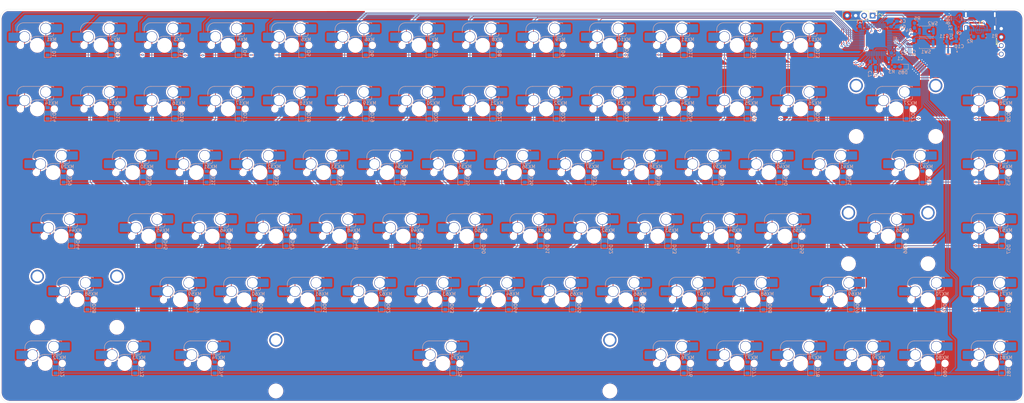
<source format=kicad_pcb>
(kicad_pcb (version 20241229) (generator "pcbnew") (generator_version "9.0")
  (layers (0 "F.Cu" signal) (2 "B.Cu" signal) (13 "F.Paste" user) (15 "B.Paste" user) (5 "F.SilkS" user "F.Silkscreen") (7 "B.SilkS" user "B.Silkscreen") (1 "F.Mask" user) (3 "B.Mask" user) (25 "Edge.Cuts" user))
  (net 0 "")
  (net 1 "GND")
  (net 2 "+3.3V")
  (net 3 "/NRST")
  (net 4 "+5V")
  (net 5 "/D-")
  (net 6 "/D+")
  (net 7 "Net-(D2-A)")
  (net 8 "row0")
  (net 9 "Net-(D3-A)")
  (net 10 "Net-(D4-A)")
  (net 11 "Net-(D5-A)")
  (net 12 "Net-(D6-A)")
  (net 13 "Net-(D7-A)")
  (net 14 "Net-(D8-A)")
  (net 15 "Net-(D9-A)")
  (net 16 "Net-(D10-A)")
  (net 17 "Net-(D11-A)")
  (net 18 "Net-(D12-A)")
  (net 19 "Net-(D13-A)")
  (net 20 "Net-(D14-A)")
  (net 21 "Net-(D15-A)")
  (net 22 "Net-(D16-A)")
  (net 23 "Net-(D17-A)")
  (net 24 "Net-(D18-A)")
  (net 25 "row1")
  (net 26 "Net-(D19-A)")
  (net 27 "Net-(D20-A)")
  (net 28 "Net-(D21-A)")
  (net 29 "Net-(D22-A)")
  (net 30 "Net-(D23-A)")
  (net 31 "Net-(D24-A)")
  (net 32 "Net-(D25-A)")
  (net 33 "Net-(D26-A)")
  (net 34 "Net-(D27-A)")
  (net 35 "Net-(D28-A)")
  (net 36 "Net-(D29-A)")
  (net 37 "Net-(D30-A)")
  (net 38 "Net-(D31-A)")
  (net 39 "Net-(D32-A)")
  (net 40 "Net-(D33-A)")
  (net 41 "row2")
  (net 42 "Net-(D34-A)")
  (net 43 "Net-(D35-A)")
  (net 44 "Net-(D36-A)")
  (net 45 "Net-(D37-A)")
  (net 46 "Net-(D38-A)")
  (net 47 "Net-(D39-A)")
  (net 48 "Net-(D40-A)")
  (net 49 "Net-(D41-A)")
  (net 50 "Net-(D42-A)")
  (net 51 "Net-(D43-A)")
  (net 52 "Net-(D44-A)")
  (net 53 "Net-(D45-A)")
  (net 54 "Net-(D46-A)")
  (net 55 "Net-(D47-A)")
  (net 56 "row3")
  (net 57 "Net-(D48-A)")
  (net 58 "Net-(D49-A)")
  (net 59 "Net-(D50-A)")
  (net 60 "Net-(D51-A)")
  (net 61 "Net-(D52-A)")
  (net 62 "Net-(D53-A)")
  (net 63 "Net-(D54-A)")
  (net 64 "Net-(D55-A)")
  (net 65 "Net-(D56-A)")
  (net 66 "Net-(D57-A)")
  (net 67 "Net-(D58-A)")
  (net 68 "Net-(D59-A)")
  (net 69 "Net-(D60-A)")
  (net 70 "Net-(D61-A)")
  (net 71 "row4")
  (net 72 "Net-(D62-A)")
  (net 73 "Net-(D63-A)")
  (net 74 "Net-(D64-A)")
  (net 75 "Net-(D65-A)")
  (net 76 "Net-(D66-A)")
  (net 77 "Net-(D67-A)")
  (net 78 "Net-(D68-A)")
  (net 79 "Net-(D69-A)")
  (net 80 "Net-(D70-A)")
  (net 81 "Net-(D71-A)")
  (net 82 "Net-(D72-A)")
  (net 83 "Net-(D73-A)")
  (net 84 "Net-(D74-A)")
  (net 85 "Net-(D75-A)")
  (net 86 "row5")
  (net 87 "Net-(D76-A)")
  (net 88 "Net-(D77-A)")
  (net 89 "Net-(D78-A)")
  (net 90 "Net-(D79-A)")
  (net 91 "Net-(D80-A)")
  (net 92 "Net-(D81-A)")
  (net 93 "Net-(D85-A)")
  (net 94 "/VBUS")
  (net 96 "Net-(J1-CC1)")
  (net 98 "Net-(J1-CC2)")
  (net 99 "col0")
  (net 100 "col1")
  (net 101 "col2")
  (net 102 "col3")
  (net 103 "col4")
  (net 104 "col5")
  (net 105 "col6")
  (net 106 "col7")
  (net 107 "col8")
  (net 108 "col9")
  (net 109 "col10")
  (net 110 "col11")
  (net 111 "col12")
  (net 112 "col13")
  (net 113 "col14")
  (net 114 "col15")
  (net 115 "/BOOT0")
  (net 116 "Net-(D1-A)")
  (net 117 "/HeartbeatLED")
  (net 118 "/SWCLK")
  (net 122 "/SDA")
  (net 123 "/SCL")
  (net 125 "/SWDIO")
  (net 130 "Net-(R4-Pad2)")
  (footprint "PCM_marbastlib-mx:STAB_MX_P_6.25u" (layer "F.Cu") (at 133.19375 139.65)
    (property "Reference" "S75" (hide yes))
    (property "Value" "MX_stab")
  )
  (footprint "Connector_PinHeader_2.54mm:PinHeader_1x04_P2.54mm_Vertical" (layer "F.Cu") (at 261.88 35.5 -90)
    (property "Reference" "J2")
    (property "Value" "Conn_01x04")
  )
  (footprint "PCM_marbastlib-mx:STAB_MX_P_2u" (layer "F.Cu") (at 268.86535 63.4238)
    (property "Reference" "S56" (hide yes))
    (property "Value" "MX_stab")
  )
  (footprint "PCM_marbastlib-mx:STAB_MX_P_2u" (layer "F.Cu") (at 266.5476 101.52685)
    (property "Reference" "S27" (hide yes))
    (property "Value" "MX_stab")
  )
  (footprint "kbd:OLED" (layer "F.Cu") (at 300.4 43.21 90)
    (property "Reference" "OL1")
    (property "Value" "OLED" (hide yes))
  )
  (footprint "PCM_marbastlib-mx:STAB_MX_P_2u" (layer "F.Cu") (at 23.65375 120.5738)
    (property "Reference" "S3" (hide yes))
    (property "Value" "MX_stab")
  )
  (footprint "Diode_SMD:D_SOD-123" (layer "B.Cu") (at 255.35625 121.85 90)
    (property "Reference" "D69")
    (property "Value" "D")
  )
  (footprint "PCM_marbastlib-mx:SW_MX_HS_CPG151101S11_1u" (layer "B.Cu") (at 16.5125 82.5 180)
    (property "Reference" "MX29")
    (property "Value" "MX_SW_HS")
  )
  (footprint "PCM_marbastlib-mx:SW_MX_HS_CPG151101S11_1u" (layer "B.Cu") (at 235.5875 101.55 180)
    (property "Reference" "MX55")
    (property "Value" "MX_SW_HS")
  )
  (footprint "Diode_SMD:D_SOD-123" (layer "B.Cu") (at 124.3875 102.8 90)
    (property "Reference" "D49")
    (property "Value" "D")
  )
  (footprint "PCM_marbastlib-mx:SW_MX_HS_CPG151101S11_1u" (layer "B.Cu") (at 259.4 139.65 180)
    (property "Reference" "MX79")
    (property "Value" "MX_SW_HS")
  )
  (footprint "Capacitor_SMD:C_0603_1608Metric_Pad1.08x0.95mm_HandSolder" (layer "B.Cu") (at 287.8 43.2)
    (property "Reference" "C10")
    (property "Value" "1uF")
  )
  (footprint "Resistor_SMD:R_0603_1608Metric_Pad0.98x0.95mm_HandSolder" (layer "B.Cu") (at 291.2 41.8 180)
    (property "Reference" "R2")
    (property "Value" "5.1k")
  )
  (footprint "Diode_SMD:D_SOD-123" (layer "B.Cu") (at 100.575 83.75 90)
    (property "Reference" "D33")
    (property "Value" "D")
  )
  (footprint "Diode_SMD:D_SOD-123" (layer "B.Cu") (at 243.45 64.7 90)
    (property "Reference" "D26")
    (property "Value" "D")
  )
  (footprint "LED_SMD:LED_0603_1608Metric_Pad1.05x0.95mm_HandSolder" (layer "B.Cu") (at 270.9375 50.8 180)
    (property "Reference" "D85")
    (property "Value" "LED")
  )
  (footprint "PCM_marbastlib-mx:SW_MX_HS_CPG151101S11_1u" (layer "B.Cu") (at 61.75625 139.65 180)
    (property "Reference" "MX74")
    (property "Value" "MX_SW_HS")
  )
  (footprint "Diode_SMD:D_SOD-123" (layer "B.Cu") (at 52.95 64.7 90)
    (property "Reference" "D16")
    (property "Value" "D")
  )
  (footprint "PCM_marbastlib-mx:SW_MX_HS_CPG151101S11_1u" (layer "B.Cu") (at 116.525 82.5 180)
    (property "Reference" "MX34")
    (property "Value" "MX_SW_HS")
  )
  (footprint "PCM_marbastlib-mx:SW_MX_HS_CPG151101S11_1u" (layer "B.Cu") (at 107 63.45 180)
    (property "Reference" "MX19")
    (property "Value" "MX_SW_HS")
  )
  (footprint "Diode_SMD:D_SOD-123" (layer "B.Cu") (at 181.5375 102.8 90)
    (property "Reference" "D52")
    (property "Value" "D")
  )
  (footprint "Diode_SMD:D_SOD-123" (layer "B.Cu") (at 224.4 45.65 90)
    (property "Reference" "D12")
    (property "Value" "D")
  )
  (footprint "Diode_SMD:D_SOD-123" (layer "B.Cu") (at 186.3 45.65 90)
    (property "Reference" "D10")
    (property "Value" "D")
  )
  (footprint "Capacitor_SMD:C_0603_1608Metric_Pad1.08x0.95mm_HandSolder" (layer "B.Cu") (at 267.56131 48.3)
    (property "Reference" "C1")
    (property "Value" "100nF")
  )
  (footprint "Diode_SMD:D_SOD-123" (layer "B.Cu") (at 229.1625 121.85 90)
    (property "Reference" "D68")
    (property "Value" "D")
  )
  (footprint "PCM_marbastlib-mx:SW_MX_HS_CPG151101S11_1u" (layer "B.Cu") (at 111.7625 120.6 180)
    (property "Reference" "MX62")
    (property "Value" "MX_SW_HS")
  )
  (footprint "Resistor_SMD:R_0603_1608Metric_Pad0.98x0.95mm_HandSolder" (layer "B.Cu") (at 275.336 37.719 180)
    (property "Reference" "R5")
    (property "Value" "5.1k")
  )
  (footprint "Diode_SMD:D_SOD-123" (layer "B.Cu") (at 238.6875 102.8 90)
    (property "Reference" "D55")
    (property "Value" "D")
  )
  (footprint "Diode_SMD:D_SOD-123" (layer "B.Cu") (at 95.8125 121.85 90)
    (property "Reference" "D61")
    (property "Value" "D")
  )
  (footprint "PCM_marbastlib-mx:SW_MX_HS_CPG151101S11_1u" (layer "B.Cu") (at 49.85 63.45 180)
    (property "Reference" "MX16")
    (property "Value" "MX_SW_HS")
  )
  (footprint "Diode_SMD:D_SOD-123" (layer "B.Cu") (at 110.1 64.7 90)
    (property "Reference" "D19")
    (property "Value" "D")
  )
  (footprint "Diode_SMD:D_SOD-123" (layer "B.Cu") (at 72 45.65 90)
    (property "Reference" "D4")
    (property "Value" "D")
  )
  (footprint "Fuse:Fuse_0603_1608Metric" (layer "B.Cu") (at 287.6 39.4 180)
    (property "Reference" "F1")
    (property "Value" "500mA")
  )
  (footprint "Capacitor_SMD:C_0603_1608Metric_Pad1.08x0.95mm_HandSolder" (layer "B.Cu") (at 283.2 43.2 180)
    (property "Reference" "C11")
    (property "Value" "1uF")
  )
  (footprint "PCM_marbastlib-mx:SW_MX_HS_CPG151101S11_1u" (layer "B.Cu") (at 230.825 82.5 180)
    (property "Reference" "MX40")
    (property "Value" "MX_SW_HS")
  )
  (footprint "Diode_SMD:D_SOD-123" (layer "B.Cu") (at 143.4375 102.8 90)
    (property "Reference" "D50")
    (property "Value" "D")
  )
  (footprint "PCM_marbastlib-mx:SW_MX_HS_CPG151101S11_1u" (layer "B.Cu") (at 23.65625 120.6 180)
    (property "Reference" "MX58")
    (property "Value" "MX_SW_HS")
  )
  (footprint "Diode_SMD:D_SOD-123" (layer "B.Cu") (at 214.875 83.75 90)
    (property "Reference" "D39")
    (property "Value" "D")
  )
  (footprint "Button_Switch_SMD:SW_Push_SPST_NO_Alps_SKRK" (layer "B.Cu") (at 277.9 43.8)
    (property "Reference" "SW1")
    (property "Value" "SW_Push")
  )
  (footprint "Diode_SMD:D_SOD-123" (layer "B.Cu") (at 200.5875 102.8 90)
    (property "Reference" "D53")
    (property "Value" "D")
  )
  (footprint "Diode_SMD:D_SOD-123" (layer "B.Cu") (at 129.15 45.65 90)
    (property "Reference" "D7")
    (property "Value" "D")
  )
  (footprint "Diode_SMD:D_SOD-123" (layer "B.Cu") (at 136.29375 140.9 90)
    (property "Reference" "D75")
    (property "Value" "D")
  )
  (footprint "Capacitor_SMD:C_0603_1608Metric_Pad1.08x0.95mm_HandSolder" (layer "B.Cu") (at 262.744345 50.118155 90)
    (property "Reference" "C5")
    (property "Value" "10nF")
  )
  (footprint "PCM_marbastlib-mx:SW_MX_HS_CPG151101S11_1u" (layer "B.Cu") (at 83.1875 101.55 180)
    (property "Reference" "MX47")
    (property "Value" "MX_SW_HS")
  )
  (footprint "PCM_marbastlib-mx:SW_MX_HS_CPG151101S11_1u" (layer "B.Cu") (at 221.3 44.4 180)
    (property "Reference" "MX12")
    (property "Value" "MX_SW_HS")
  )
  (footprint "PCM_marbastlib-mx:SW_MX_HS_CPG151101S11_1u" (layer "B.Cu") (at 226.0625 120.6 180)
    (property "Reference" "MX68")
    (property "Value" "MX_SW_HS")
  )
  (footprint "Diode_SMD:D_SOD-123" (layer "B.Cu") (at 148.2 64.7 90)
    (property "Reference" "D21")
    (property "Value" "D")
  )
  (footprint "PCM_marbastlib-mx:SW_MX_HS_CPG151101S11_1u" (layer "B.Cu") (at 192.725 82.5 180)
    (property "Reference" "MX38")
    (property "Value" "MX_SW_HS")
  )
  (footprint "PCM_marbastlib-mx:SW_MX_HS_CPG151101S11_1u" (layer "B.Cu") (at 92.7125 120.6 180)
    (property "Reference" "MX61")
    (property "Value" "MX_SW_HS")
  )
  (footprint "PCM_marbastlib-mx:SW_MX_HS_CPG151101S11_1u" (layer "B.Cu") (at 211.775 82.5 180)
    (property "Reference" "MX39")
    (property "Value" "MX_SW_HS")
  )
  (footprint "Diode_SMD:D_SOD-123" (layer "B.Cu") (at 300.6 64.7 90)
    (property "Reference" "D28")
    (property "Value" "D")
  )
  (footprint "PCM_marbastlib-mx:SW_MX_HS_CPG151101S11_1u" (layer "B.Cu") (at 240.35 63.45 180)
    (property "Reference" "MX26")
    (property "Value" "MX_SW_HS")
  )
  (footprint "Diode_SMD:D_SOD-123" (layer "B.Cu") (at 17.23125 140.9 90)
    (property "Reference" "D72")
    (property "Value" "D")
  )
  (footprint "PCM_marbastlib-mx:SW_MX_HS_CPG151101S11_1u" (layer "B.Cu") (at 168.9125 120.6 180)
    (property "Reference" "MX65")
    (property "Value" "MX_SW_HS")
  )
  (footprint "Diode_SMD:D_SOD-123" (layer "B.Cu") (at 21.99375 102.8 90)
    (property "Reference" "D44")
    (property "Value" "D")
  )
  (footprint "Diode_SMD:D_SOD-123" (layer "B.Cu") (at 205.35 64.7 90)
    (property "Reference" "D24")
    (property "Value" "D")
  )
  (footprint "Diode_SMD:D_SOD-123" (layer "B.Cu") (at 129.15 64.7 90)
    (property "Reference" "D20")
    (property "Value" "D")
  )
  (footprint "PCM_marbastlib-mx:SW_MX_HS_CPG151101S11_1u" (layer "B.Cu") (at 11.75 44.4 180)
    (property "Reference" "MX1")
    (property "Value" "MX_SW_HS")
  )
  (footprint "PCM_marbastlib-mx:SW_MX_HS_CPG151101S11_1u" (layer "B.Cu") (at 68.9 44.4 180)
    (property "Reference" "MX4")
    (property "Value" "MX_SW_HS")
  )
  (footprint "Resistor_SMD:R_0603_1608Metric_Pad0.98x0.95mm_HandSolder" (layer "B.Cu") (at 295.8 41.6)
    (property "Reference" "R1")
    (property "Value" "5.1k")
  )
  (footprint "Diode_SMD:D_SOD-123" (layer "B.Cu") (at 64.85625 140.9 90)
    (property "Reference" "D74")
    (property "Value" "D")
  )
  (footprint "Package_TO_SOT_SMD:SOT-23-3" (layer "B.Cu") (at 285.44 45.0125 90)
    (property "Reference" "U2")
    (property "Value" "XC6206PxxxMR")
  )
  (footprint "Capacitor_SMD:C_0603_1608Metric_Pad1.08x0.95mm_HandSolder" (layer "B.Cu") (at 257.22381 38.7 180)
    (property "Reference" "C3")
    (property "Value" "100nF")
  )
  (footprint "Diode_SMD:D_SOD-123" (layer "B.Cu") (at 105.3375 102.8 90)
    (property "Reference" "D48")
    (property "Value" "D")
  )
  (footprint "PCM_marbastlib-mx:SW_MX_HS_CPG151101S11_1u" (layer "B.Cu") (at 40.325 82.5 180)
    (property "Reference" "MX30")
    (property "Value" "MX_SW_HS")
  )
  (footprint "Capacitor_SMD:C_0603_1608Metric_Pad1.08x0.95mm_HandSolder" (layer "B.Cu") (at 261.144345 50.118155 -90)
    (property "Reference" "C7")
    (property "Value" "1uF")
  )
  (footprint "Diode_SMD:D_SOD-123" (layer "B.Cu") (at 138.675 83.75 90)
    (property "Reference" "D35")
    (property "Value" "D")
  )
  (footprint "PCM_marbastlib-mx:SW_MX_HS_CPG151101S11_1u" (layer "B.Cu") (at 102.2375 101.55 180)
    (property "Reference" "MX48")
    (property "Value" "MX_SW_HS")
  )
  (footprint "PCM_marbastlib-mx:SW_MX_HS_CPG151101S11_1u" (layer "B.Cu") (at 135.575 82.5 180)
    (property "Reference" "MX35")
    (property "Value" "MX_SW_HS")
  )
  (footprint "Diode_SMD:D_SOD-123" (layer "B.Cu") (at 14.85 64.7 90)
    (property "Reference" "D14")
    (property "Value" "D")
  )
  (footprint "Diode_SMD:D_SOD-123" (layer "B.Cu") (at 281.55 121.85 90)
    (property "Reference" "D70")
    (property "Value" "D")
  )
  (footprint "PCM_marbastlib-mx:SW_MX_HS_CPG151101S11_1u" (layer "B.Cu") (at 130.8125 120.6 180)
    (property "Reference" "MX63")
    (property "Value" "MX_SW_HS")
  )
  (footprint "PCM_marbastlib-mx:SW_MX_HS_CPG151101S11_1u" (layer "B.Cu") (at 240.35 44.4 180)
    (property "Reference" "MX13")
    (property "Value" "MX_SW_HS")
  )
  (footprint "PCM_marbastlib-mx:SW_MX_HS_CPG151101S11_1u" (layer "B.Cu") (at 59.375 82.5 180)
    (property "Reference" "MX31")
    (property "Value" "MX_SW_HS")
  )
  (footprint "PCM_marbastlib-mx:SW_MX_HS_CPG151101S11_1u" (layer "B.Cu") (at 207.0125 120.6 180)
    (property "Reference" "MX67")
    (property "Value" "MX_SW_HS")
  )
  (footprint "PCM_marbastlib-mx:SW_MX_HS_CPG151101S11_1u" (layer "B.Cu") (at 240.35 139.65 180)
    (property "Reference" "MX78")
    (property "Value" "MX_SW_HS")
  )
  (footprint "PCM_marbastlib-mx:SW_MX_HS_CPG151101S11_1u" (layer "B.Cu") (at 97.475 82.5 180)
    (property "Reference" "MX33")
    (property "Value" "MX_SW_HS")
  )
  (footprint "PCM_marbastlib-mx:SW_MX_HS_CPG151101S11_1u" (layer "B.Cu") (at 187.9625 120.6 180)
    (property "Reference" "MX66")
    (property "Value" "MX_SW_HS")
  )
  (footprint "Diode_SMD:D_SOD-123" (layer "B.Cu") (at 57.7125 121.85 90)
    (property "Reference" "D59")
    (property "Value" "D")
  )
  (footprint "Diode_SMD:D_SOD-123" (layer "B.Cu") (at 300.6 83.75 90)
    (property "Reference" "D43")
    (property "Value" "D")
  )
  (footprint "PCM_marbastlib-mx:SW_MX_HS_CPG151101S11_1u" (layer "B.Cu") (at 154.625 82.5 180)
    (property "Reference" "MX36")
    (property "Value" "MX_SW_HS")
  )
  (footprint "Diode_SMD:D_SOD-123" (layer "B.Cu") (at 33.9 64.7 90)
    (property "Reference" "D15")
    (property "Value" "D")
  )
  (footprint "Diode_SMD:D_SOD-123" (layer "B.Cu") (at 162.4875 102.8 90)
    (property "Reference" "D51")
    (property "Value" "D")
  )
  (footprint "Diode_SMD:D_SOD-123" (layer "B.Cu") (at 167.25 64.7 90)
    (property "Reference" "D22")
    (property "Value" "D")
  )
  (footprint "PCM_marbastlib-mx:SW_MX_HS_CPG151101S11_1u" (layer "B.Cu") (at 297.5 82.5 180)
    (property "Reference" "MX43")
    (property "Value" "MX_SW_HS")
  )
  (footprint "Diode_SMD:D_SOD-123" (layer "B.Cu") (at 43.425 83.75 90)
    (property "Reference" "D30")
    (property "Value" "D")
  )
  (footprint "Diode_SMD:D_SOD-123" (layer "B.Cu") (at 224.4 64.7 90)
    (property "Reference" "D25")
    (property "Value" "D")
  )
  (footprint "Capacitor_SMD:C_0603_1608Metric_Pad1.08x0.95mm_HandSolder" (layer "B.Cu") (at 274.2375 43.8 -90)
    (property "Reference" "C8")
    (property "Value" "0.1uF")
  )
  (footprint "Diode_SMD:D_SOD-123" (layer "B.Cu") (at 205.35 140.9 90)
    (property "Reference" "D76")
    (property "Value" "D")
  )
  (footprint "Diode_SMD:D_SOD-123" (layer "B.Cu") (at 110.1 45.65 90)
    (property "Reference" "D6")
    (property "Value" "D")
  )
  (footprint "Diode_SMD:D_SOD-123" (layer "B.Cu") (at 148.2 45.65 90)
    (property "Reference" "D8")
    (property "Value" "D")
  )
  (footprint "Diode_SMD:D_SOD-123" (layer "B.Cu") (at 41.04375 140.9 90)
    (property "Reference" "D73")
    (property "Value" "D")
  )
  (footprint "PCM_marbastlib-mx:SW_MX_HS_CPG151101S11_1u" (layer "B.Cu") (at 140.3375 101.55 180)
    (property "Reference" "MX50")
    (property "Value" "MX_SW_HS")
  )
  (footprint "Diode_SMD:D_SOD-123" (layer "B.Cu") (at 300.6 140.9 90)
    (property "Reference" "D81")
    (property "Value" "D")
  )
  (footprint "PCM_marbastlib-mx:SW_MX_HS_CPG151101S11_1u" (layer "B.Cu") (at 45.0875 101.55 180)
    (property "Reference" "MX45")
    (property "Value" "MX_SW_HS")
  )
  (footprint "PCM_marbastlib-mx:SW_MX_HS_CPG151101S11_1u" (layer "B.Cu") (at 202.25 139.65 180)
    (property "Reference" "MX76")
    (property "Value" "MX_SW_HS")
  )
  (footprint "Diode_SMD:D_SOD-123" (layer "B.Cu") (at 62.475 83.75 90)
    (property "Reference" "D31")
    (property "Value" "D")
  )
  (footprint "Resistor_SMD:R_0603_1608Metric_Pad0.98x0.95mm_HandSolder" (layer "B.Cu") (at 274.4 40.1125 90)
    (property "Reference" "R4")
    (property "Value" "5.1k")
  )
  (footprint "Diode_SMD:D_SOD-123" (layer "B.Cu") (at 276.7875 83.75 90)
    (property "Reference" "D42")
    (property "Value" "D")
  )
  (footprint "PCM_marbastlib-mx:SW_MX_HS_CPG151101S11_1u" (layer "B.Cu") (at 126.05 44.4 180)
    (property "Reference" "MX7")
    (property "Value" "MX_SW_HS")
  )
  (footprint "Diode_SMD:D_SOD-123" (layer "B.Cu") (at 167.25 45.65 90)
    (property "Reference" "D9")
    (property "Value" "D")
  )
  (footprint "PCM_marbastlib-mx:SW_MX_HS_CPG151101S11_1u" (layer "B.Cu") (at 18.89375 101.55 180)
    (property "Reference" "MX44")
    (property "Value" "MX_SW_HS")
  )
  (footprint "PCM_marbastlib-mx:SW_MX_HS_CPG151101S11_1u" (layer "B.Cu") (at 216.5375 101.55 180)
    (property "Reference" "MX54")
    (property "Value" "MX_SW_HS")
  )
  (footprint "Capacitor_SMD:C_0603_1608Metric_Pad1.08x0.95mm_HandSolder" (layer "B.Cu") (at 268.36131 46.7)
    (property "Reference" "C2")
    (property "Value" "100nF")
  )
  (footprint "Diode_SMD:D_SOD-123" (layer "B.Cu") (at 205.35 45.65 90)
    (property "Reference" "D11")
    (property "Value" "D")
  )
  (footprint "PCM_marbastlib-mx:SW_MX_HS_CPG151101S11_1u" (layer "B.Cu") (at 249.875 82.5 180)
    (property "Reference" "MX41")
    (property "Value" "MX_SW_HS")
  )
  (footprint "Diode_SMD:D_SOD-123" (layer "B.Cu") (at 26.75625 121.85 90)
    (property "Reference" "D58")
    (property "Value" "D")
  )
  (footprint "Diode_SMD:D_SOD-123" (layer "B.Cu") (at 262.5 140.9 90)
    (property "Reference" "D79")
    (property "Value" "D")
  )
  (footprint "PCM_marbastlib-mx:SW_MX_HS_CPG151101S11_1u" (layer "B.Cu") (at 252.25625 120.6 180)
    (property "Reference" "MX69")
    (property "Value" "MX_SW_HS")
  )
  (footprint "PCM_marbastlib-mx:SW_MX_HS_CPG151101S11_1u" (layer "B.Cu") (at 11.75 63.45 180)
    (property "Reference" "MX14")
    (property "Value" "MX_SW_HS")
  )
  (footprint "Diode_SMD:D_SOD-123" (layer "B.Cu") (at 133.9125 121.85 90)
    (property "Reference" "D63")
    (property "Value" "D")
  )
  (footprint "Diode_SMD:D_SOD-123" (layer "B.Cu") (at 172.0125 121.85 90)
    (property "Reference" "D65")
    (property "Value" "D")
  )
  (footprint "PCM_marbastlib-mx:SW_MX_HS_CPG151101S11_1u" (layer "B.Cu") (at 87.95 63.45 180)
    (property "Reference" "MX18")
    (property "Value" "MX_SW_HS")
  )
  (footprint "Button_Switch_SMD:SW_Push_SPST_NO_Alps_SKRK" (layer "B.Cu") (at 278 40.2 180)
    (property "Reference" "SW2")
    (property "Value" "SW_Push")
  )
  (footprint "PCM_marbastlib-various:USB_C_Receptacle_HRO_TYPE-C-31-M-23" (layer "B.Cu") (at 294.139 37.4194)
    (property "Reference" "J1")
    (property "Value" "USB_C_Receptacle_USB2.0_16P")
  )
  (footprint "Diode_SMD:D_SOD-123" (layer "B.Cu") (at 176.775 83.75 90)
    (property "Reference" "D37")
    (property "Value" "D")
  )
  (footprint "Diode_SMD:D_SOD-123" (layer "B.Cu") (at 191.0625 121.85 90)
    (property "Reference" "D66")
    (property "Value" "D")
  )
  (footprint "PCM_marbastlib-mx:SW_MX_HS_CPG151101S11_1u" (layer "B.Cu") (at 54.6125 120.6 180)
    (property "Reference" "MX59")
    (property "Value" "MX_SW_HS")
  )
  (footprint "Diode_SMD:D_SOD-123" (layer "B.Cu") (at 91.05 45.65 90)
    (property "Reference" "D5")
    (property "Value" "D")
  )
  (footprint "PCM_marbastlib-mx:SW_MX_HS_CPG151101S11_1u" (layer "B.Cu") (at 278.45 139.65 180)
    (property "Reference" "MX80")
    (property "Value" "MX_SW_HS")
  )
  (footprint "PCM_marbastlib-mx:SW_MX_HS_CPG151101S11_1u" (layer "B.Cu") (at 68.9 63.45 180)
    (property "Reference" "MX17")
    (property "Value" "MX_SW_HS")
  )
  (footprint "Diode_SMD:D_SOD-123" (layer "B.Cu") (at 67.2375 102.8 90)
    (property "Reference" "D46")
    (property "Value" "D")
  )
  (footprint "PCM_marbastlib-mx:SW_MX_HS_CPG151101S11_1u" (layer "B.Cu") (at 202.25 44.4 180)
    (property "Reference" "MX11")
    (property "Value" "MX_SW_HS")
  )
  (footprint "PCM_marbastlib-mx:SW_MX_HS_CPG151101S11_1u" (layer "B.Cu") (at 178.4375 101.55 180)
    (property "Reference" "MX52")
    (property "Value" "MX_SW_HS")
  )
  (footprint "PCM_marbastlib-mx:SW_MX_HS_CPG151101S11_1u" (layer "B.Cu") (at 64.1375 101.55 180)
    (property "Reference" "MX46")
    (property "Value" "MX_SW_HS")
  )
  (footprint "PCM_marbastlib-mx:SW_MX_HS_CPG151101S11_1u" (layer "B.Cu") (at 73.6625 120.6 180)
    (property "Reference" "MX60")
    (property "Value" "MX_SW_HS")
  )
  (footprint "Diode_SMD:D_SOD-123" (layer "B.Cu") (at 224.4 140.9 90)
    (property "Reference" "D77")
    (property "Value" "D")
  )
  (footprint "PCM_marbastlib-mx:SW_MX_HS_CPG151101S11_1u" (layer "B.Cu") (at 197.4875 101.55 180)
    (property "Reference" "MX53")
    (property "Value" "MX_SW_HS")
  )
  (footprint "PCM_marbastlib-mx:SW_MX_HS_CPG151101S11_1u" (layer "B.Cu") (at 107 44.4 180)
    (property "Reference" "MX6")
    (property "Value" "MX_SW_HS")
  )
  (footprint "Diode_SMD:D_SOD-123" (layer "B.Cu") (at 76.7625 121.85 90)
    (property "Reference" "D60")
    (property "Value" "D")
  )
  (footprint "Diode_SMD:D_SOD-123" (layer "B.Cu") (at 281.55 140.9 90)
    (property "Reference" "D80")
    (property "Value" "D")
  )
  (footprint "Resistor_SMD:R_0603_1608Metric_Pad0.98x0.95mm_HandSolder" (layer "B.Cu") (at 267.6 50.8 180)
    (property "Reference" "R3")
    (property "Value" "5.1k")
  )
  (footprint "PCM_marbastlib-mx:SW_MX_HS_CPG151101S11_1u" (layer "B.Cu") (at 183.2 63.45 180)
    (property "Reference" "MX23")
    (property "Value" "MX_SW_HS")
  )
  (footprint "Diode_SMD:D_SOD-123" (layer "B.Cu") (at 186.3 64.7 90)
    (property "Reference" "D23")
    (property "Value" "D")
  )
  (footprint "Diode_SMD:D_SOD-123" (layer "B.Cu") (at 33.9 45.65 90)
    (property "Reference" "D2")
    (property "Value" "D")
  )
  (footprint "Diode_SMD:D_SOD-123" (layer "B.Cu") (at 19.6125 83.75 90)
    (property "Reference" "D29")
    (property "Value" "D")
  )
  (footprint "PCM_marbastlib-mx:SW_MX_HS_CPG151101S11_1u" (layer "B.Cu") (at 221.3 139.65 180)
    (property "Reference" "MX77")
    (property "Value" "MX_SW_HS")
  )
  (footprint "PCM_marbastlib-mx:SW_MX_HS_CPG151101S11_1u" (layer "B.Cu") (at 30.8 44.4 180)
    (property "Reference" "MX2")
    (property "Value" "MX_SW_HS")
  )
  (footprint "PCM_marbastlib-mx:SW_MX_HS_CPG151101S11_1u" (layer "B.Cu") (at 126.05 63.45 180)
    (property "Reference" "MX20")
    (property "Value" "MX_SW_HS")
  )
  (footprint "Diode_SMD:D_SOD-123" (layer "B.Cu") (at 114.8625 121.85 90)
    (property "Reference" "D62")
    (property "Value" "D")
  )
  (footprint "PCM_marbastlib-mx:SW_MX_HS_CPG151101S11_1u" (layer "B.Cu") (at 87.95 44.4 180)
    (property "Reference" "MX5")
    (property "Value" "MX_SW_HS")
  )
  (footprint "PCM_marbastlib-mx:SW_MX_HS_CPG151101S11_1u" (layer "B.Cu") (at 145.1 63.45 180)
    (property "Reference" "MX21")
    (property "Value" "MX_SW_HS")
  )
  (footprint "Diode_SMD:D_SOD-123" (layer "B.Cu") (at 210.1125 121.85 90)
    (property "Reference" "D67")
    (property "Value" "D")
  )
  (footprint "Diode_SMD:D_SOD-123" (layer "B.Cu") (at 243.45 140.9 90)
    (property "Reference" "D78")
    (property "Value" "D")
  )
  (footprint "PCM_marbastlib-mx:SW_MX_HS_CPG151101S11_1u" (layer "B.Cu") (at 221.3 63.45 180)
    (property "Reference" "MX25")
    (property "Value" "MX_SW_HS")
  )
  (footprint "Diode_SMD:D_SOD-123" (layer "B.Cu") (at 91.05 64.7 90)
    (property "Reference" "D18")
    (property "Value" "D")
  )
  (footprint "PCM_marbastlib-mx:SW_MX_HS_CPG151101S11_1u" (layer "B.Cu") (at 297.5 63.45 180)
    (property "Reference" "MX28")
    (property "Value" "MX_SW_HS")
  )
  (footprint "Diode_SMD:D_SOD-123" (layer "B.Cu") (at 272.025 64.7 90)
    (property "Reference" "D27")
    (property "Value" "D")
  )
  (footprint "PCM_marbastlib-mx:SW_MX_HS_CPG151101S11_1u" (layer "B.Cu") (at 297.5 139.65 180)
    (property "Reference" "MX81")
    (property "Value" "MX_SW_HS")
  )
  (footprint "PCM_marbastlib-mx:SW_MX_HS_CPG151101S11_1u" (layer "B.Cu") (at 149.8625 120.6 180)
    (property "Reference" "MX64")
    (property "Value" "MX_SW_HS")
  )
  (footprint "Diode_SMD:D_SOD-123" (layer "B.Cu") (at 243.45 45.65 90)
    (property "Reference" "D13")
    (property "Value" "D")
  )
  (footprint "Diode_SMD:D_SOD-123" (layer "B.Cu") (at 52.95 45.65 90)
    (property "Reference" "D3")
    (property "Value" "D")
  )
  (footprint "Diode_SMD:D_SOD-123" (layer "B.Cu") (at 195.825 83.75 90)
    (property "Reference" "D38")
    (property "Value" "D")
  )
  (footprint "PCM_marbastlib-mx:SW_MX_HS_CPG151101S11_1u" (layer "B.Cu") (at 202.25 63.45 180)
    (property "Reference" "MX24")
    (property "Value" "MX_SW_HS")
  )
  (footprint "PCM_marbastlib-mx:SW_MX_HS_CPG151101S11_1u" (layer "B.Cu") (at 164.15 63.45 180)
    (property "Reference" "MX22")
    (property "Value" "MX_SW_HS")
  )
  (footprint "Diode_SMD:D_SOD-123" (layer "B.Cu") (at 269.64375 102.8 90)
    (property "Reference" "D56")
    (property "Value" "D")
  )
  (footprint "PCM_marbastlib-mx:SW_MX_HS_CPG151101S11_1u" (layer "B.Cu") (at 297.5 101.55 180)
    (property "Reference" "MX57")
    (property "Value" "MX_SW_HS")
  )
  (footprint "Diode_SMD:D_SOD-123" (layer "B.Cu") (at 233.925 83.75 90)
    (property "Reference" "D40")
    (property "Value" "D")
  )
  (footprint "PCM_marbastlib-mx:SW_MX_HS_CPG151101S11_1u" (layer "B.Cu") (at 164.15 44.4 180)
    (property "Reference" "MX9")
    (property "Value" "MX_SW_HS")
  )
  (footprint "PCM_marbastlib-mx:SW_MX_HS_CPG151101S11_1u" (layer "B.Cu") (at 121.2875 101.55 180)
    (property "Reference" "MX49")
    (property "Value" "MX_SW_HS")
  )
  (footprint "PCM_marbastlib-mx:SW_MX_HS_CPG151101S11_1u" (layer "B.Cu") (at 37.94375 139.65 180)
    (property "Reference" "MX73")
    (property "Value" "MX_SW_HS")
  )
  (footprint "Capacitor_SMD:C_0603_1608Metric_Pad1.08x0.95mm_HandSolder" (layer "B.Cu") (at 268.2625 37.2 180)
    (property "Reference" "C6")
    (property "Value" "4.7uF")
  )
  (footprint "PCM_marbastlib-mx:SW_MX_HS_CPG151101S11_1u" (layer "B.Cu") (at 133.19375 139.65 180)
    (property "Reference" "MX75")
    (property "Value" "MX_SW_HS")
  )
  (footprint "Diode_SMD:D_SOD-123" (layer "B.Cu") (at 14.85 45.65 90)
    (property "Reference" "D1")
    (property "Value" "D")
  )
  (footprint "Diode_SMD:D_SOD-123" (layer "B.Cu") (at 219.6375 102.8 90)
    (property "Reference" "D54")
    (property "Value" "D")
  )
  (footprint "PCM_marbastlib-mx:SW_MX_HS_CPG151101S11_1u" (layer "B.Cu") (at 14.13125 139.65 180)
    (property "Reference" "MX72")
    (property "Value" "MX_SW_HS")
  )
  (footprint "Diode_SMD:D_SOD-123" (layer "B.Cu") (at 81.525 83.75 90)
    (property "Reference" "D32")
    (property "Value" "D")
  )
  (footprint "PCM_marbastlib-mx:SW_MX_HS_CPG151101S11_1u" (layer "B.Cu") (at 30.8 63.45 180)
    (property "Reference" "MX15")
    (property "Value" "MX_SW_HS")
  )
  (footprint "Diode_SMD:D_SOD-123" (layer "B.Cu") (at 152.9625 121.85 90)
    (property "Reference" "D64")
    (property "Value" "D")
  )
  (footprint "Diode_SMD:D_SOD-123" (layer "B.Cu") (at 157.725 83.75 90)
    (property "Reference" "D36")
    (property "Value" "D")
  )
  (footprint "Diode_SMD:D_SOD-123" (layer "B.Cu") (at 300.6 102.8 90)
    (property "Reference" "D57")
    (property "Value" "D")
  )
  (footprint "PCM_marbastlib-mx:SW_MX_HS_CPG151101S11_1u" (layer "B.Cu") (at 278.45 120.6 180)
    (property "Reference" "MX70")
    (property "Value" "MX_SW_HS")
  )
  (footprint "PCM_marbastlib-mx:SW_MX_HS_CPG151101S11_1u" (layer "B.Cu") (at 268.925 63.45 180)
    (property "Reference" "MX27")
    (property "Value" "MX_SW_HS")
  )
  (footprint "Diode_SMD:D_SOD-123" (layer "B.Cu") (at 48.1875 102.8 90)
    (property "Reference" "D45")
    (property "Value" "D")
  )
  (footprint "PCM_marbastlib-mx:SW_MX_HS_CPG151101S11_1u" (layer "B.Cu") (at 273.6875 82.5 180)
    (property "Reference" "MX42")
    (property "Value" "MX_SW_HS")
  )
  (footprint "PCM_marbastlib-mx:SW_MX_HS_CPG151101S11_1u" (layer "B.Cu") (at 266.54375 101.55 180)
    (property "Reference" "MX56")
    (property "Value" "MX_SW_HS")
  )
  (footprint "PCM_marbastlib-mx:SW_MX_HS_CPG151101S11_1u" (layer "B.Cu") (at 297.5 120.6 180)
    (property "Reference" "MX71")
    (property "Value" "MX_SW_HS")
  )
  (footprint "Capacitor_SMD:C_0603_1608Metric_Pad1.08x0.95mm_HandSolder" (layer "B.Cu") (at 268.2625 38.8)
    (property "Reference" "C4")
    (property "Value" "100nF")
  )
  (footprint "PCM_marbastlib-mx:SW_MX_HS_CPG151101S11_1u" (layer "B.Cu") (at 49.85 44.4 180)
    (property "Reference" "MX3")
    (property "Value" "MX_SW_HS")
  )
  (footprint "Capacitor_SMD:C_0603_1608Metric_Pad1.08x0.95mm_HandSolder" (layer "B.Cu") (at 287.7775 41.7375)
    (property "Reference" "C9")
    (property "Value" "100nF")
  )
  (footprint "PCM_marbastlib-mx:SW_MX_HS_CPG151101S11_1u" (layer "B.Cu") (at 145.1 44.4 180)
    (property "Reference" "MX8")
    (property "Value" "MX_SW_HS")
  )
  (footprint "Package_QFP:LQFP-48_7x7mm_P0.5mm" (layer "B.Cu") (at 262.76131 42.7 90)
    (property "Reference" "U1")
    (property "Value" "STM32F072CBTx")
  )
  (footprint "PCM_marbastlib-mx:SW_MX_HS_CPG151101S11_1u" (layer "B.Cu") (at 173.675 82.5 180)
    (property "Reference" "MX37")
    (property "Value" "MX_SW_HS")
  )
  (footprint "Diode_SMD:D_SOD-123" (layer "B.Cu") (at 300.6 121.85 90)
    (property "Reference" "D71")
    (property "Value" "D")
  )
  (footprint "Diode_SMD:D_SOD-123" (layer "B.Cu") (at 86.2875 102.8 90)
    (property "Reference" "D47")
    (property "Value" "D")
  )
  (footprint "PCM_marbastlib-mx:SW_MX_HS_CPG151101S11_1u" (layer "B.Cu") (at 78.425 82.5 180)
    (property "Reference" "MX32")
    (property "Value" "MX_SW_HS")
  )
  (footprint "PCM_marbastlib-mx:SW_MX_HS_CPG151101S11_1u" (layer "B.Cu") (at 159.3875 101.55 180)
    (property "Reference" "MX51")
    (property "Value" "MX_SW_HS")
  )
  (footprint "Diode_SMD:D_SOD-123" (layer "B.Cu") (at 72 64.7 90)
    (property "Reference" "D17")
    (property "Value" "D")
  )
  (footprint "Diode_SMD:D_SOD-123" (layer "B.Cu") (at 252.975 83.75 90)
    (property "Reference" "D41")
    (property "Value" "D")
  )
  (footprint "Diode_SMD:D_SOD-123" (layer "B.Cu") (at 119.625 83.75 90)
    (property "Reference" "D34")
    (property "Value" "D")
  )
  (footprint "PCM_marbastlib-mx:SW_MX_HS_CPG151101S11_1u" (layer "B.Cu") (at 183.2 44.4 180)
    (property "Reference" "MX10")
    (property "Value" "MX_SW_HS")
  )
  (footprint "Package_TO_SOT_SMD:SOT-143" (layer "B.Cu") (at 287 36.3888 -90)
    (property "Reference" "D86")
    (property "Value" "PRTR5V0U2X")
  )
  (gr_line (start 0.6 148.3336) (end 0.6 36.5428) (stroke (width 0.05)) (layer "Edge.Cuts"))
  (gr_arc (start 304.2 33.5428) (mid 306.32132 34.42148) (end 307.2 36.5428) (stroke (width 0.05)) (layer "Edge.Cuts"))
  (gr_line (start 307.2 36.5428) (end 307.2 148.3336) (stroke (width 0.05)) (layer "Edge.Cuts"))
  (gr_line (start 3.6 33.5428) (end 304.2 33.5428) (stroke (width 0.05)) (layer "Edge.Cuts"))
  (gr_line (start 304.2 151.3336) (end 3.6 151.3336) (stroke (width 0.05)) (layer "Edge.Cuts"))
  (gr_arc (start 0.6 36.5428) (mid 1.47868 34.42148) (end 3.6 33.5428) (stroke (width 0.05)) (layer "Edge.Cuts"))
  (gr_arc (start 307.2 148.3336) (mid 306.32132 150.45492) (end 304.2 151.3336) (stroke (width 0.05)) (layer "Edge.Cuts"))
  (gr_arc (start 3.6 151.3336) (mid 1.47868 150.45492) (end 0.6 148.3336) (stroke (width 0.05)) (layer "Edge.Cuts"))
  (segment (start 273.812 51.562) (end 276.6695 48.7045) (width 0.5) (layer "F.Cu") (net 1))
  (segment (start 284.1 34.9) (end 284.8 34.9) (width 0.5) (layer "F.Cu") (net 1))
  (segment (start 275.336 53.086) (end 278.1935 50.2285) (width 0.5) (layer "F.Cu") (net 1))
  (segment (start 274.32 52.07) (end 277.1775 49.2125) (width 0.5) (layer "F.Cu") (net 1))
  (segment (start 282.2716 36.7284) (end 284.1 34.9) (width 0.5) (layer "F.Cu") (net 1))
  (segment (start 276.6695 48.7045) (end 276.733 48.641) (width 0.2) (layer "F.Cu") (net 1))
  (segment (start 282.2448 36.7284) (end 282.2716 36.7284) (width 0.5) (layer "F.Cu") (net 1))
  (segment (start 274.828 52.578) (end 277.6855 49.7205) (width 0.5) (layer "F.Cu") (net 1))
  (via (at 282.2448 36.7284) (size 0.6) (drill 0.3) (layers "F.Cu" "B.Cu") (net 1))
  (via (at 274.828 52.578) (size 0.6) (drill 0.3) (layers "F.Cu" "B.Cu") (net 1))
  (via (at 284.8 34.9) (size 0.6) (drill 0.3) (layers "F.Cu" "B.Cu") (net 1))
  (via (at 278.1935 50.2285) (size 0.6) (drill 0.3) (layers "F.Cu" "B.Cu") (net 1))
  (via (at 275.336 53.086) (size 0.6) (drill 0.3) (layers "F.Cu" "B.Cu") (net 1))
  (via (at 276.6695 48.7045) (size 0.6) (drill 0.3) (layers "F.Cu" "B.Cu") (net 1))
  (via (at 273.812 51.562) (size 0.6) (drill 0.3) (layers "F.Cu" "B.Cu") (net 1))
  (via (at 277.6855 49.7205) (size 0.6) (drill 0.3) (layers "F.Cu" "B.Cu") (net 1))
  (via (at 277.1775 49.2125) (size 0.6) (drill 0.3) (layers "F.Cu" "B.Cu") (net 1))
  (via (at 274.32 52.07) (size 0.6) (drill 0.3) (layers "F.Cu" "B.Cu") (net 1))
  (segment (start 297.764 39.8444) (end 298.464 39.1444) (width 0.2) (layer "B.Cu") (net 1))
  (segment (start 262.263 44.95) (end 262.01131 45.20169) (width 0.2) (layer "B.Cu") (net 1))
  (segment (start 266.92381 44.95) (end 265.041 44.95) (width 0.2) (layer "B.Cu") (net 1))
  (segment (start 286.25 35.25) (end 285.15 35.25) (width 0.5) (layer "B.Cu") (net 1))
  (segment (start 261.144345 50.855655) (end 262.744345 49.255655) (width 0.2) (layer "B.Cu") (net 1))
  (segment (start 267.4 37.2) (end 265.2 37.2) (width 0.2) (layer "B.Cu") (net 1))
  (segment (start 265.2 37.2) (end 265.01131 37.38869) (width 0.2) (layer "B.Cu") (net 1))
  (segment (start 269.22381 47.5) (end 268.42381 48.3) (width 0.2) (layer "B.Cu") (net 1))
  (segment (start 256.36131 39.175) (end 256.36131 38.7) (width 0.2) (layer "B.Cu") (net 1))
  (segment (start 261.144345 50.980655) (end 261.144345 50.855655) (width 0.2) (layer "B.Cu") (net 1))
  (segment (start 256.794 36.703) (end 256.36131 37.13569) (width 0.2) (layer "B.Cu") (net 1))
  (segment (start 285.15 35.25) (end 284.8 34.9) (width 0.5) (layer "B.Cu") (net 1))
  (segment (start 266.92381 44.95) (end 266 44.95) (width 0.2) (layer "B.Cu") (net 1))
  (segment (start 289.8 35.36) (end 289.8 35) (width 0.2) (layer "B.Cu") (net 1))
  (segment (start 258.59881 40.45) (end 257.63631 40.45) (width 0.2) (layer "B.Cu") (net 1))
  (segment (start 264.96231 38.5865) (end 265.01131 38.5375) (width 0.2) (layer "B.Cu") (net 1))
  (segment (start 265.01131 43.96131) (end 265.01131 38.5375) (width 0.2) (layer "B.Cu") (net 1))
  (segment (start 262 49) (end 262.01131 48.98869) (width 0.2) (layer "B.Cu") (net 1))
  (segment (start 257.63631 40.45) (end 256.36131 39.175) (width 0.2) (layer "B.Cu") (net 1))
  (segment (start 266 44.95) (end 265.01131 43.96131) (width 0.2) (layer "B.Cu") (net 1))
  (segment (start 297.75 39.8584) (end 298.464 39.1444) (width 0.2) (layer "B.Cu") (net 1))
  (segment (start 262.255655 49.255655) (end 262 49) (width 0.2) (layer "B.Cu") (net 1))
  (segment (start 266.92381 44.95) (end 262.263 44.95) (width 0.2) (layer "B.Cu") (net 1))
  (segment (start 265.01131 37.38869) (end 265.01131 38.5375) (width 0.2) (layer "B.Cu") (net 1))
  (segment (start 289.8 35) (end 289.501 34.701) (width 0.2) (layer "B.Cu") (net 1))
  (segment (start 297.419 39.8444) (end 297.764 39.8444) (width 0.2) (layer "B.Cu") (net 1))
  (segment (start 297.405 40) (end 297.75 40) (width 0.2) (layer "B.Cu") (net 1))
  (segment (start 265.041 44.95) (end 259.08 38.989) (width 0.2) (layer "B.Cu") (net 1))
  (segment (start 259.08 38.989) (end 259.08 37.221329) (width 0.2) (layer "B.Cu") (net 1))
  (segment (start 262.744345 49.255655) (end 262.255655 49.255655) (width 0.2) (layer "B.Cu") (net 1))
  (segment (start 297.75 40) (end 297.75 39.8584) (width 0.2) (layer "B.Cu") (net 1))
  (segment (start 262.01131 45.20169) (end 262.01131 46.8625) (width 0.2) (layer "B.Cu") (net 1))
  (segment (start 269.22381 46.7) (end 269.22381 47.5) (width 0.2) (layer "B.Cu") (net 1))
  (segment (start 288.95 43.4875) (end 288.6625 43.2) (width 0.2) (layer "B.Cu") (net 1))
  (segment (start 265.01131 44.92031) (end 265.041 44.95) (width 0.2) (layer "B.Cu") (net 1))
  (segment (start 259.08 37.221329) (end 258.561671 36.703) (width 0.2) (layer "B.Cu") (net 1))
  (segment (start 262.01131 48.98869) (end 262.01131 46.8625) (width 0.2) (layer "B.Cu") (net 1))
  (segment (start 258.561671 36.703) (end 256.794 36.703) (width 0.2) (layer "B.Cu") (net 1))
  (segment (start 256.36131 37.13569) (end 256.36131 38.7) (width 0.2) (layer "B.Cu") (net 1))
  (via (at 278.8 40.2) (size 0.6) (drill 0.3) (layers "F.Cu" "B.Cu") (net 2))
  (via (at 266.69881 49.49881) (size 0.6) (drill 0.3) (layers "F.Cu" "B.Cu") (net 2))
  (via (at 270.1544 37.2364) (size 0.6) (drill 0.3) (layers "F.Cu" "B.Cu") (net 2))
  (via (at 268.308735 45.042735) (size 0.6) (drill 0.3) (layers "F.Cu" "B.Cu") (net 2))
  (via (at 262.744345 52.255655) (size 0.6) (drill 0.3) (layers "F.Cu" "B.Cu") (net 2))
  (via (at 284.09 41.7) (size 0.6) (drill 0.3) (layers "F.Cu" "B.Cu") (net 2))
  (via (at 258.08631 37.51369) (size 0.6) (drill 0.3) (layers "F.Cu" "B.Cu") (net 2))
  (via (at 259.842 50.8) (size 0.6) (drill 0.3) (layers "F.Cu" "B.Cu") (net 2))
  (segment (start 258.08631 37.51369) (end 258.08631 38.7) (width 0.5) (layer "B.Cu") (net 2))
  (segment (start 284.0625 43.2) (end 284.0625 43.5275) (width 0.2) (layer "B.Cu") (net 2))
  (segment (start 284.0625 43.2) (end 284.0625 41.7275) (width 0.5) (layer "B.Cu") (net 2))
  (segment (start 267.4 38.8) (end 265.77381 38.8) (width 0.2) (layer "B.Cu") (net 2))
  (segment (start 265.51131 47.1125) (end 266.69881 48.3) (width 0.2) (layer "B.Cu") (net 2))
  (segment (start 267.525 38.8) (end 267.4 38.8) (width 0.2) (layer "B.Cu") (net 2))
  (segment (start 284.0625 43.5275) (end 284.49 43.955) (width 0.5) (layer "B.Cu") (net 2))
  (segment (start 265.77381 38.8) (end 265.51131 38.5375) (width 0.2) (layer "B.Cu") (net 2))
  (segment (start 269.1614 37.2364) (end 269.125 37.2) (width 0.5) (layer "B.Cu") (net 2))
  (segment (start 266.92381 45.45) (end 266.92381 46.125) (width 0.2) (layer "B.Cu") (net 2))
  (segment (start 258.64781 39.999) (end 259.419134 39.999) (width 0.2) (layer "B.Cu") (net 2))
  (segment (start 258.59881 39.95) (end 258.64781 39.999) (width 0.2) (layer "B.Cu") (net 2))
  (segment (start 268.308735 45.042735) (end 268.308735 45.254265) (width 0.2) (layer "B.Cu") (net 2))
  (segment (start 280.1 40.2) (end 278.8 40.2) (width 0.5) (layer "B.Cu") (net 2))
  (segment (start 261.144345 49.255655) (end 261.51131 48.88869) (width 0.2) (layer "B.Cu") (net 2))
  (segment (start 266.69881 49.49881) (end 266.69881 48.3) (width 0.5) (layer "B.Cu") (net 2))
  (segment (start 267.49881 46.06419) (end 267.49881 46.7) (width 0.2) (layer "B.Cu") (net 2))
  (segment (start 261.51131 48.88869) (end 261.51131 46.8625) (width 0.2) (layer "B.Cu") (net 2))
  (segment (start 284.49 43.955) (end 284.49 46.15) (width 0.5) (layer "B.Cu") (net 2))
  (segment (start 266.92381 46.125) (end 267.49881 46.7) (width 0.2) (layer "B.Cu") (net 2))
  (segment (start 267.5 46.7) (end 267.49881 46.7) (width 0.2) (layer "B.Cu") (net 2))
  (segment (start 269 37.2) (end 269.125 37.2) (width 0.2) (layer "B.Cu") (net 2))
  (segment (start 261.144345 49.255655) (end 261.144345 49.497655) (width 0.2) (layer "B.Cu") (net 2))
  (segment (start 265.51131 46.8625) (end 265.51131 47.1125) (width 0.2) (layer "B.Cu") (net 2))
  (segment (start 258.59881 39.2125) (end 258.08631 38.7) (width 0.2) (layer "B.Cu") (net 2))
  (segment (start 268.308735 45.254265) (end 267.49881 46.06419) (width 0.2) (layer "B.Cu") (net 2))
  (segment (start 258.59881 39.95) (end 258.59881 39.2125) (width 0.2) (layer "B.Cu") (net 2))
  (segment (start 269.125 37.2) (end 267.525 38.8) (width 0.5) (layer "B.Cu") (net 2))
  (segment (start 262.744345 50.855655) (end 262.744345 50.980655) (width 0.2) (layer "B.Cu") (net 2))
  (segment (start 262.744345 52.255655) (end 262.744345 50.980655) (width 0.5) (layer "B.Cu") (net 2))
  (segment (start 270.1544 37.2364) (end 269.1614 37.2364) (width 0.5) (layer "B.Cu") (net 2))
  (segment (start 259.419134 39.999) (end 259.425134 40.005) (width 0.2) (layer "B.Cu") (net 2))
  (segment (start 261.144345 49.497655) (end 259.842 50.8) (width 0.2) (layer "B.Cu") (net 2))
  (segment (start 271.249 43.751) (end 271.2681 43.751) (width 0.2) (layer "F.Cu") (net 3))
  (segment (start 269.621 45.379) (end 271.249 43.751) (width 0.2) (layer "F.Cu") (net 3))
  (segment (start 269.621 45.466) (end 269.621 45.379) (width 0.2) (layer "F.Cu") (net 3))
  (segment (start 272.0931 42.926) (end 273.05 42.926) (width 0.2) (layer "F.Cu") (net 3))
  (segment (start 271.2681 43.751) (end 272.0931 42.926) (width 0.2) (layer "F.Cu") (net 3))
  (via (at 273.05 42.926) (size 0.6) (drill 0.3) (layers "F.Cu" "B.Cu") (net 3))
  (via (at 269.621 45.466) (size 0.6) (drill 0.3) (layers "F.Cu" "B.Cu") (net 3))
  (segment (start 274.226 42.926) (end 274.2375 42.9375) (width 0.2) (layer "B.Cu") (net 3))
  (segment (start 262.51131 45.88869) (end 262.934 45.466) (width 0.2) (layer "B.Cu") (net 3))
  (segment (start 268.028444 47.476) (end 268.38531 47.119134) (width 0.2) (layer "B.Cu") (net 3))
  (segment (start 273.9275 42.9375) (end 274.2375 42.9375) (width 0.2) (layer "B.Cu") (net 3))
  (segment (start 266.2 46.8) (end 266.876 47.476) (width 0.2) (layer "B.Cu") (net 3))
  (segment (start 274.2375 42.4497) (end 274.2375 42.9375) (width 0.2) (layer "B.Cu") (net 3))
  (segment (start 262.51131 46.8625) (end 262.51131 45.88869) (width 0.2) (layer "B.Cu") (net 3))
  (segment (start 274.7264 41.9608) (end 274.2375 42.4497) (width 0.2) (layer "B.Cu") (net 3))
  (segment (start 265.526067 45.466) (end 266.2 46.139933) (width 0.2) (layer "B.Cu") (net 3))
  (segment (start 277.5608 41.9608) (end 274.7264 41.9608) (width 0.2) (layer "B.Cu") (net 3))
  (segment (start 279.4 43.8) (end 277.5608 41.9608) (width 0.2) (layer "B.Cu") (net 3))
  (segment (start 268.38531 47.119134) (end 268.38531 45.81469) (width 0.2) (layer "B.Cu") (net 3))
  (segment (start 268.734 45.466) (end 269.621 45.466) (width 0.2) (layer "B.Cu") (net 3))
  (segment (start 262.934 45.466) (end 265.526067 45.466) (width 0.2) (layer "B.Cu") (net 3))
  (segment (start 268.38531 45.81469) (end 268.734 45.466) (width 0.2) (layer "B.Cu") (net 3))
  (segment (start 266.876 47.476) (end 268.028444 47.476) (width 0.2) (layer "B.Cu") (net 3))
  (segment (start 273.05 42.926) (end 274.226 42.926) (width 0.2) (layer "B.Cu") (net 3))
  (segment (start 266.2 46.139933) (end 266.2 46.8) (width 0.2) (layer "B.Cu") (net 3))
  (segment (start 280 43.8) (end 279.4 43.8) (width 0.2) (layer "B.Cu") (net 3))
  (segment (start 274.2375 43.176) (end 274.2375 42.9375) (width 0.2) (layer "B.Cu") (net 3))
  (segment (start 286.9375 43.2) (end 286.9375 41.76) (width 0.5) (layer "B.Cu") (net 4))
  (segment (start 286.05 37.25) (end 286.05 37.85) (width 0.5) (layer "B.Cu") (net 4))
  (segment (start 286.05 37.85) (end 286.8125 38.6125) (width 0.5) (layer "B.Cu") (net 4))
  (segment (start 286.8125 41.635) (end 286.915 41.7375) (width 0.5) (layer "B.Cu") (net 4))
  (segment (start 286.115 43.2) (end 285.44 43.875) (width 0.5) (layer "B.Cu") (net 4))
  (segment (start 286.8125 38.6125) (end 286.8125 39.4) (width 0.5) (layer "B.Cu") (net 4))
  (segment (start 286.9375 41.76) (end 286.915 41.7375) (width 0.2) (layer "B.Cu") (net 4))
  (segment (start 286.9375 43.2) (end 286.115 43.2) (width 0.5) (layer "B.Cu") (net 4))
  (segment (start 286.8125 39.4) (end 286.8125 41.635) (width 0.5) (layer "B.Cu") (net 4))
  (segment (start 291.9671 36.6) (end 292 36.6) (width 0.2) (layer "B.Cu") (net 5))
  (segment (start 286.7932 36.1932) (end 287.7364 35.25) (width 0.2) (layer "B.Cu") (net 5))
  (segment (start 288.44 36.599) (end 291.9661 36.599) (width 0.2) (layer "B.Cu") (net 5))
  (segment (start 295.2496 38.9128) (end 294.3128 38.9128) (width 0.2) (layer "B.Cu") (net 5))
  (segment (start 295.514 39.1772) (end 295.2496 38.9128) (width 0.2) (layer "B.Cu") (net 5))
  (segment (start 282.7065 35.099) (end 266.111386 35.099) (width 0.2) (layer "B.Cu") (net 5))
  (segment (start 292 36.6) (end 293.878 38.478) (width 0.2) (layer "B.Cu") (net 5))
  (segment (start 294.3128 38.9128) (end 293.878 38.478) (width 0.2) (layer "B.Cu") (net 5))
  (segment (start 287.95 36.109) (end 288.44 36.599) (width 0.2) (layer "B.Cu") (net 5))
  (segment (start 283.8007 36.1932) (end 282.7065 35.099) (width 0.2) (layer "B.Cu") (net 5))
  (segment (start 291.9661 36.599) (end 291.9671 36.6) (width 0.2) (layer "B.Cu") (net 5))
  (segment (start 295.514 39.8444) (end 295.514 39.1772) (width 0.2) (layer "B.Cu") (net 5))
  (segment (start 286.7932 36.1932) (end 283.8007 36.1932) (width 0.2) (layer "B.Cu") (net 5))
  (segment (start 293.878 38.478) (end 293.878 39.972) (width 0.2) (layer "B.Cu") (net 5))
  (segment (start 295.5 39.600001) (end 295.5 40) (width 0.2) (layer "B.Cu") (net 5))
  (segment (start 293.85 40) (end 293.85 39.600001) (width 0.2) (layer "B.Cu") (net 5))
  (segment (start 293.878 39.972) (end 293.85 40) (width 0.2) (layer "B.Cu") (net 5))
  (segment (start 287.7364 35.25) (end 287.95 35.25) (width 0.2) (layer "B.Cu") (net 5))
  (segment (start 287.95 35.25) (end 287.95 36.109) (width 0.2) (layer "B.Cu") (net 5))
  (segment (start 263.51131 37.699076) (end 263.51131 38.5375) (width 0.2) (layer "B.Cu") (net 5))
  (segment (start 266.111386 35.099) (end 263.51131 37.699076) (width 0.2) (layer "B.Cu") (net 5))
  (segment (start 292.75 40) (end 292.75 40.394869) (width 0.2) (layer "B.Cu") (net 6))
  (segment (start 291.8 37) (end 288.2 37) (width 0.2) (layer "B.Cu") (net 6))
  (segment (start 287.424999 37.25) (end 286.852599 36.6776) (width 0.2) (layer "B.Cu") (net 6))
  (segment (start 282.5404 35.5) (end 266.277484 35.5) (width 0.2) (layer "B.Cu") (net 6))
  (segment (start 293.056131 40.701) (end 294.299 40.701) (width 0.2) (layer "B.Cu") (net 6))
  (segment (start 294.299 40.701) (end 294.4 40.6) (width 0.2) (layer "B.Cu") (net 6))
  (segment (start 292.8 39.95) (end 292.75 40) (width 0.2) (layer "B.Cu") (net 6))
  (segment (start 286.852599 36.6776) (end 283.718 36.6776) (width 0.2) (layer "B.Cu") (net 6))
  (segment (start 264.01131 37.766174) (end 264.01131 38.5375) (width 0.2) (layer "B.Cu") (net 6))
  (segment (start 288.2 37) (end 287.95 37.25) (width 0.2) (layer "B.Cu") (net 6))
  (segment (start 266.277484 35.5) (end 264.01131 37.766174) (width 0.2) (layer "B.Cu") (net 6))
  (segment (start 293.2 38.8796) (end 293.2 38.4) (width 0.2) (layer "B.Cu") (net 6))
  (segment (start 292.75 39.3296) (end 293.2 38.8796) (width 0.2) (layer "B.Cu") (net 6))
  (segment (start 292.75 40.394869) (end 293.056131 40.701) (width 0.2) (layer "B.Cu") (net 6))
  (segment (start 292.75 40) (end 292.75 39.3296) (width 0.2) (layer "B.Cu") (net 6))
  (segment (start 294.4 40.6) (end 294.4 40) (width 0.2) (layer "B.Cu") (net 6))
  (segment (start 287.95 37.25) (end 287.424999 37.25) (width 0.2) (layer "B.Cu") (net 6))
  (segment (start 283.718 36.6776) (end 282.5404 35.5) (width 0.2) (layer "B.Cu") (net 6))
  (segment (start 293.2 38.4) (end 291.8 37) (width 0.2) (layer "B.Cu") (net 6))
  (segment (start 33.34 39.32) (end 33.34 43.44) (width 0.2) (layer "B.Cu") (net 7))
  (segment (start 33.34 43.44) (end 33.9 44) (width 0.2) (layer "B.Cu") (net 7))
  (segment (start 260.096 45.339) (end 260.096 41.529) (width 0.2) (layer "F.Cu") (net 8))
  (segment (start 35.814 47.244) (end 43.2308 47.244) (width 0.2) (layer "F.Cu") (net 8))
  (segment (start 260.096 41.529) (end 261.493 40.132) (width 0.2) (layer "F.Cu") (net 8))
  (segment (start 75.8444 47.2948) (end 83.4644 47.2948) (width 0.2) (layer "F.Cu") (net 8))
  (segment (start 187.833 47.244) (end 197.84 47.244) (width 0.2) (layer "F.Cu") (net 8))
  (segment (start 259.969 45.466) (end 260.096 45.339) (width 0.2) (layer "F.Cu") (net 8))
  (segment (start 56.0324 47.371) (end 61.2648 47.371) (width 0.2) (layer "F.Cu") (net 8))
  (via (at 261.493 40.132) (size 0.6) (drill 0.3) (layers "F.Cu" "B.Cu") (net 8))
  (via (at 187.833 47.244) (size 0.6) (drill 0.3) (layers "F.Cu" "B.Cu") (net 8))
  (via (at 197.84 47.244) (size 0.6) (drill 0.3) (layers "F.Cu" "B.Cu") (net 8))
  (via (at 56.0324 47.371) (size 0.6) (drill 0.3) (layers "F.Cu" "B.Cu") (net 8))
  (via (at 43.2308 47.244) (size 0.6) (drill 0.3) (layers "F.Cu" "B.Cu") (net 8))
  (via (at 35.814 47.244) (size 0.6) (drill 0.3) (layers "F.Cu" "B.Cu") (net 8))
  (via (at 61.2648 47.371) (size 0.6) (drill 0.3) (layers "F.Cu" "B.Cu") (net 8))
  (via (at 83.4644 47.2948) (size 0.6) (drill 0.3) (layers "F.Cu" "B.Cu") (net 8))
  (via (at 259.969 45.466) (size 0.6) (drill 0.3) (layers "F.Cu" "B.Cu") (net 8))
  (via (at 75.8444 47.2948) (size 0.6) (drill 0.3) (layers "F.Cu" "B.Cu") (net 8))
  (segment (start 33.9 47.3) (end 35.758 47.3) (width 0.2) (layer "B.Cu") (net 8))
  (segment (start 83.9268 47.3) (end 91.05 47.3) (width 0.2) (layer "B.Cu") (net 8))
  (segment (start 205.35 47.3) (end 224.4 47.3) (width 0.2) (layer "B.Cu") (net 8))
  (segment (start 261.493 38.55581) (end 261.51131 38.5375) (width 0.2) (layer "B.Cu") (net 8))
  (segment (start 55.118 47.371) (end 55.047 47.3) (width 0.2) (layer "B.Cu") (net 8))
  (segment (start 197.896 47.3) (end 205.35 47.3) (width 0.2) (layer "B.Cu") (net 8))
  (segment (start 56.0324 47.371) (end 55.118 47.371) (width 0.2) (layer "B.Cu") (net 8))
  (segment (start 83.4644 47.2948) (end 83.9216 47.2948) (width 0.2) (layer "B.Cu") (net 8))
  (segment (start 261.493 40.132) (end 261.493 38.55581) (width 0.2) (layer "B.Cu") (net 8))
  (segment (start 72 47.3) (end 75.8392 47.3) (width 0.2) (layer "B.Cu") (net 8))
  (segment (start 35.758 47.3) (end 35.814 47.244) (width 0.2) (layer "B.Cu") (net 8))
  (segment (start 258.135 47.3) (end 259.969 45.466) (width 0.2) (layer "B.Cu") (net 8))
  (segment (start 61.2648 47.371) (end 64.262 47.371) (width 0.2) (layer "B.Cu") (net 8))
  (segment (start 55.047 47.3) (end 52.95 47.3) (width 0.2) (layer "B.Cu") (net 8))
  (segment (start 75.8392 47.3) (end 75.8444 47.2948) (width 0.2) (layer "B.Cu") (net 8))
  (segment (start 64.262 47.371) (end 64.333 47.3) (width 0.2) (layer "B.Cu") (net 8))
  (segment (start 148.2 47.3) (end 167.25 47.3) (width 0.2) (layer "B.Cu") (net 8))
  (segment (start 91.05 47.3) (end 110.1 47.3) (width 0.2) (layer "B.Cu") (net 8))
  (segment (start 197.84 47.244) (end 197.896 47.3) (width 0.2) (layer "B.Cu") (net 8))
  (segment (start 243.45 47.3) (end 258.135 47.3) (width 0.2) (layer "B.Cu") (net 8))
  (segment (start 14.85 47.3) (end 33.9 47.3) (width 0.2) (layer "B.Cu") (net 8))
  (segment (start 224.4 47.3) (end 243.45 47.3) (width 0.2) (layer "B.Cu") (net 8))
  (segment (start 129.15 47.3) (end 148.2 47.3) (width 0.2) (layer "B.Cu") (net 8))
  (segment (start 64.333 47.3) (end 72 47.3) (width 0.2) (layer "B.Cu") (net 8))
  (segment (start 187.777 47.3) (end 187.833 47.244) (width 0.2) (layer "B.Cu") (net 8))
  (segment (start 43.2308 47.244) (end 43.2868 47.3) (width 0.2) (layer "B.Cu") (net 8))
  (segment (start 110.1 47.3) (end 129.15 47.3) (width 0.2) (layer "B.Cu") (net 8))
  (segment (start 167.25 47.3) (end 186.3 47.3) (width 0.2) (layer "B.Cu") (net 8))
  (segment (start 186.3 47.3) (end 187.777 47.3) (width 0.2) (layer "B.Cu") (net 8))
  (segment (start 43.2868 47.3) (end 52.95 47.3) (width 0.2) (layer "B.Cu") (net 8))
  (segment (start 83.9216 47.2948) (end 83.9268 47.3) (width 0.2) (layer "B.Cu") (net 8))
  (segment (start 52.39 39.32) (end 52.39 43.44) (width 0.2) (layer "B.Cu") (net 9))
  (segment (start 52.39 43.44) (end 52.95 44) (width 0.2) (layer "B.Cu") (net 9))
  (segment (start 71.44 43.44) (end 72 44) (width 0.2) (layer "B.Cu") (net 10))
  (segment (start 71.44 39.32) (end 71.44 43.44) (width 0.2) (layer "B.Cu") (net 10))
  (segment (start 90.49 39.32) (end 90.49 43.44) (width 0.2) (layer "B.Cu") (net 11))
  (segment (start 90.49 43.44) (end 91.05 44) (width 0.2) (layer "B.Cu") (net 11))
  (segment (start 109.54 39.32) (end 109.54 43.44) (width 0.2) (layer "B.Cu") (net 12))
  (segment (start 109.54 43.44) (end 110.1 44) (width 0.2) (layer "B.Cu") (net 12))
  (segment (start 128.59 43.44) (end 129.15 44) (width 0.2) (layer "B.Cu") (net 13))
  (segment (start 128.59 39.32) (end 128.59 43.44) (width 0.2) (layer "B.Cu") (net 13))
  (segment (start 147.64 43.44) (end 148.2 44) (width 0.2) (layer "B.Cu") (net 14))
  (segment (start 147.64 39.32) (end 147.64 43.44) (width 0.2) (layer "B.Cu") (net 14))
  (segment (start 166.69 39.32) (end 166.69 43.44) (width 0.2) (layer "B.Cu") (net 15))
  (segment (start 166.69 43.44) (end 167.25 44) (width 0.2) (layer "B.Cu") (net 15))
  (segment (start 185.74 39.32) (end 185.74 43.44) (width 0.2) (layer "B.Cu") (net 16))
  (segment (start 185.74 43.44) (end 186.3 44) (width 0.2) (layer "B.Cu") (net 16))
  (segment (start 204.79 39.32) (end 204.79 43.44) (width 0.2) (layer "B.Cu") (net 17))
  (segment (start 204.79 43.44) (end 205.35 44) (width 0.2) (layer "B.Cu") (net 17))
  (segment (start 223.84 43.44) (end 224.4 44) (width 0.2) (layer "B.Cu") (net 18))
  (segment (start 223.84 39.32) (end 223.84 43.44) (width 0.2) (layer "B.Cu") (net 18))
  (segment (start 242.89 39.32) (end 242.89 43.44) (width 0.2) (layer "B.Cu") (net 19))
  (segment (start 242.89 43.44) (end 243.45 44) (width 0.2) (layer "B.Cu") (net 19))
  (segment (start 14.29 58.37) (end 14.29 62.49) (width 0.2) (layer "B.Cu") (net 20))
  (segment (start 14.29 62.49) (end 14.85 63.05) (width 0.2) (layer "B.Cu") (net 20))
  (segment (start 33.34 58.37) (end 33.34 62.49) (width 0.2) (layer "B.Cu") (net 21))
  (segment (start 33.34 62.49) (end 33.9 63.05) (width 0.2) (layer "B.Cu") (net 21))
  (segment (start 52.39 62.49) (end 52.95 63.05) (width 0.2) (layer "B.Cu") (net 22))
  (segment (start 52.39 58.37) (end 52.39 62.49) (width 0.2) (layer "B.Cu") (net 22))
  (segment (start 71.44 62.49) (end 72 63.05) (width 0.2) (layer "B.Cu") (net 23))
  (segment (start 71.44 58.37) (end 71.44 62.49) (width 0.2) (layer "B.Cu") (net 23))
  (segment (start 90.49 62.49) (end 91.05 63.05) (width 0.2) (layer "B.Cu") (net 24))
  (segment (start 90.49 58.37) (end 90.49 62.49) (width 0.2) (layer "B.Cu") (net 24))
  (segment (start 226.441 66.294) (end 234.3404 66.294) (width 0.2) (layer "F.Cu") (net 25))
  (segment (start 275.59 66.294) (end 292.862 66.294) (width 0.2) (layer "F.Cu") (net 25))
  (via (at 234.3404 66.294) (size 0.6) (drill 0.3) (layers "F.Cu" "B.Cu") (net 25))
  (via (at 275.59 66.294) (size 0.6) (drill 0.3) (layers "F.Cu" "B.Cu") (net 25))
  (via (at 292.862 66.294) (size 0.6) (drill 0.3) (layers "F.Cu" "B.Cu") (net 25))
  (via (at 226.441 66.294) (size 0.6) (drill 0.3) (layers "F.Cu" "B.Cu") (net 25))
  (segment (start 276.6568 62.9412) (end 273.248 66.35) (width 0.2) (layer "B.Cu") (net 25))
  (segment (start 270.637 45.632057) (end 270.637 46.5011) (width 0.2) (layer "B.Cu") (net 25))
  (segment (start 234.3404 66.294) (end 236.093 66.294) (width 0.2) (layer "B.Cu") (net 25))
  (segment (start 292.862 66.294) (end 293.243 66.294) (width 0.2) (layer "B.Cu") (net 25))
  (segment (start 273.685 66.294) (end 273.629 66.35) (width 0.2) (layer "B.Cu") (net 25))
  (segment (start 148.2 66.35) (end 167.25 66.35) (width 0.2) (layer "B.Cu") (net 25))
  (segment (start 273.629 66.35) (end 272.923 66.35) (width 0.2) (layer "B.Cu") (net 25))
  (segment (start 276.6568 52.5209) (end 276.6568 62.9412) (width 0.2) (layer "B.Cu") (net 25))
  (segment (start 236.149 66.35) (end 243.45 66.35) (width 0.2) (layer "B.Cu") (net 25))
  (segment (start 129.15 66.35) (end 148.2 66.35) (width 0.2) (layer "B.Cu") (net 25))
  (segment (start 293.243 66.294) (end 293.299 66.35) (width 0.2) (layer "B.Cu") (net 25))
  (segment (start 91.05 66.35) (end 110.1 66.35) (width 0.2) (layer "B.Cu") (net 25))
  (segment (start 33.9 66.35) (end 52.95 66.35) (width 0.2) (layer "B.Cu") (net 25))
  (segment (start 110.1 66.35) (end 129.15 66.35) (width 0.2) (layer "B.Cu") (net 25))
  (segment (start 272.025 66.35) (end 272.923 66.35) (width 0.2) (layer "B.Cu") (net 25))
  (segment (start 186.3 66.35) (end 205.35 66.35) (width 0.2) (layer "B.Cu") (net 25))
  (segment (start 236.093 66.294) (end 236.149 66.35) (width 0.2) (layer "B.Cu") (net 25))
  (segment (start 243.45 66.35) (end 272.025 66.35) (width 0.2) (layer "B.Cu") (net 25))
  (segment (start 266.932075 44.441735) (end 269.446678 44.441735) (width 0.2) (layer "B.Cu") (net 25))
  (segment (start 293.299 66.35) (end 300.6 66.35) (width 0.2) (layer "B.Cu") (net 25))
  (segment (start 205.35 66.35) (end 224.4 66.35) (width 0.2) (layer "B.Cu") (net 25))
  (segment (start 52.95 66.35) (end 72 66.35) (width 0.2) (layer "B.Cu") (net 25))
  (segment (start 224.4 66.35) (end 226.385 66.35) (width 0.2) (layer "B.Cu") (net 25))
  (segment (start 275.59 66.294) (end 273.685 66.294) (width 0.2) (layer "B.Cu") (net 25))
  (segment (start 167.25 66.35) (end 186.3 66.35) (width 0.2) (layer "B.Cu") (net 25))
  (segment (start 72 66.35) (end 91.05 66.35) (width 0.2) (layer "B.Cu") (net 25))
  (segment (start 270.637 46.5011) (end 276.6568 52.5209) (width 0.2) (layer "B.Cu") (net 25))
  (segment (start 269.446678 44.441735) (end 270.637 45.632057) (width 0.2) (layer "B.Cu") (net 25))
  (segment (start 273.248 66.35) (end 272.923 66.35) (width 0.2) (layer "B.Cu") (net 25))
  (segment (start 14.85 66.35) (end 33.9 66.35) (width 0.2) (layer "B.Cu") (net 25))
  (segment (start 266.92381 44.45) (end 266.932075 44.441735) (width 0.2) (layer "B.Cu") (net 25))
  (segment (start 226.385 66.35) (end 226.441 66.294) (width 0.2) (layer "B.Cu") (net 25))
  (segment (start 109.54 58.37) (end 109.54 62.49) (width 0.2) (layer "B.Cu") (net 26))
  (segment (start 109.54 62.49) (end 110.1 63.05) (width 0.2) (layer "B.Cu") (net 26))
  (segment (start 128.59 58.37) (end 128.59 62.49) (width 0.2) (layer "B.Cu") (net 27))
  (segment (start 128.59 62.49) (end 129.15 63.05) (width 0.2) (layer "B.Cu") (net 27))
  (segment (start 147.64 62.49) (end 148.2 63.05) (width 0.2) (layer "B.Cu") (net 28))
  (segment (start 147.64 58.37) (end 147.64 62.49) (width 0.2) (layer "B.Cu") (net 28))
  (segment (start 166.69 62.49) (end 167.25 63.05) (width 0.2) (layer "B.Cu") (net 29))
  (segment (start 166.69 58.37) (end 166.69 62.49) (width 0.2) (layer "B.Cu") (net 29))
  (segment (start 185.74 58.37) (end 185.74 62.49) (width 0.2) (layer "B.Cu") (net 30))
  (segment (start 185.74 62.49) (end 186.3 63.05) (width 0.2) (layer "B.Cu") (net 30))
  (segment (start 204.79 58.37) (end 204.79 62.49) (width 0.2) (layer "B.Cu") (net 31))
  (segment (start 204.79 62.49) (end 205.35 63.05) (width 0.2) (layer "B.Cu") (net 31))
  (segment (start 223.84 62.49) (end 224.4 63.05) (width 0.2) (layer "B.Cu") (net 32))
  (segment (start 223.84 58.37) (end 223.84 62.49) (width 0.2) (layer "B.Cu") (net 32))
  (segment (start 242.89 62.49) (end 243.45 63.05) (width 0.2) (layer "B.Cu") (net 33))
  (segment (start 242.89 58.37) (end 242.89 62.49) (width 0.2) (layer "B.Cu") (net 33))
  (segment (start 271.465 62.49) (end 272.025 63.05) (width 0.2) (layer "B.Cu") (net 34))
  (segment (start 271.465 58.37) (end 271.465 62.49) (width 0.2) (layer "B.Cu") (net 34))
  (segment (start 300.04 58.37) (end 300.04 62.49) (width 0.2) (layer "B.Cu") (net 35))
  (segment (start 300.04 62.49) (end 300.6 63.05) (width 0.2) (layer "B.Cu") (net 35))
  (segment (start 19.0525 81.54) (end 19.6125 82.1) (width 0.2) (layer "B.Cu") (net 36))
  (segment (start 19.0525 77.42) (end 19.0525 81.54) (width 0.2) (layer "B.Cu") (net 36))
  (segment (start 42.865 81.54) (end 43.425 82.1) (width 0.2) (layer "B.Cu") (net 37))
  (segment (start 42.865 77.42) (end 42.865 81.54) (width 0.2) (layer "B.Cu") (net 37))
  (segment (start 61.915 81.54) (end 62.475 82.1) (width 0.2) (layer "B.Cu") (net 38))
  (segment (start 61.915 77.42) (end 61.915 81.54) (width 0.2) (layer "B.Cu") (net 38))
  (segment (start 80.965 77.42) (end 80.965 81.54) (width 0.2) (layer "B.Cu") (net 39))
  (segment (start 80.965 81.54) (end 81.525 82.1) (width 0.2) (layer "B.Cu") (net 39))
  (segment (start 100.015 81.54) (end 100.575 82.1) (width 0.2) (layer "B.Cu") (net 40))
  (segment (start 100.015 77.42) (end 100.015 81.54) (width 0.2) (layer "B.Cu") (net 40))
  (segment (start 278.765 85.344) (end 293.116 85.344) (width 0.2) (layer "F.Cu") (net 41))
  (segment (start 293.116 85.344) (end 292.862 85.344) (width 0.2) (layer "F.Cu") (net 41))
  (via (at 278.765 85.344) (size 0.6) (drill 0.3) (layers "F.Cu" "B.Cu") (net 41))
  (via (at 292.862 85.344) (size 0.6) (drill 0.3) (layers "F.Cu" "B.Cu") (net 41))
  (segment (start 100.575 85.4) (end 119.625 85.4) (width 0.2) (layer "B.Cu") (net 41))
  (segment (start 43.425 85.4) (end 62.475 85.4) (width 0.2) (layer "B.Cu") (net 41))
  (segment (start 293.116 85.344) (end 293.172 85.4) (width 0.2) (layer "B.Cu") (net 41))
  (segment (start 277.114 52.411) (end 277.114 61.976) (width 0.2) (layer "B.Cu") (net 41))
  (segment (start 62.475 85.4) (end 81.525 85.4) (width 0.2) (layer "B.Cu") (net 41))
  (segment (start 276.7875 85.4) (end 277.876 85.4) (width 0.2) (layer "B.Cu") (net 41))
  (segment (start 214.875 85.4) (end 233.925 85.4) (width 0.2) (layer "B.Cu") (net 41))
  (segment (start 271.038 46.335) (end 277.114 52.411) (width 0.2) (layer "B.Cu") (net 41))
  (segment (start 157.725 85.4) (end 176.775 85.4) (width 0.2) (layer "B.Cu") (net 41))
  (segment (start 278.709 85.4) (end 278.765 85.344) (width 0.2) (layer "B.Cu") (net 41))
  (segment (start 283.275075 68.137075) (end 283.275075 80.000925) (width 0.2) (layer "B.Cu") (net 41))
  (segment (start 293.172 85.4) (end 300.6 85.4) (width 0.2) (layer "B.Cu") (net 41))
  (segment (start 176.775 85.4) (end 195.825 85.4) (width 0.2) (layer "B.Cu") (net 41))
  (segment (start 19.6125 85.4) (end 43.425 85.4) (width 0.2) (layer "B.Cu") (net 41))
  (segment (start 271.038 45.465957) (end 271.038 46.335) (width 0.2) (layer "B.Cu") (net 41))
  (segment (start 138.675 85.4) (end 157.725 85.4) (width 0.2) (layer "B.Cu") (net 41))
  (segment (start 292.862 85.344) (end 293.116 85.344) (width 0.2) (layer "B.Cu") (net 41))
  (segment (start 119.625 85.4) (end 138.675 85.4) (width 0.2) (layer "B.Cu") (net 41))
  (segment (start 277.114 61.976) (end 283.275075 68.137075) (width 0.2) (layer "B.Cu") (net 41))
  (segment (start 195.825 85.4) (end 214.875 85.4) (width 0.2) (layer "B.Cu") (net 41))
  (segment (start 266.92381 43.95) (end 269.522043 43.95) (width 0.2) (layer "B.Cu") (net 41))
  (segment (start 233.925 85.4) (end 252.975 85.4) (width 0.2) (layer "B.Cu") (net 41))
  (segment (start 269.522043 43.95) (end 271.038 45.465957) (width 0.2) (layer "B.Cu") (net 41))
  (segment (start 252.975 85.4) (end 276.7875 85.4) (width 0.2) (layer "B.Cu") (net 41))
  (segment (start 81.525 85.4) (end 100.575 85.4) (width 0.2) (layer "B.Cu") (net 41))
  (segment (start 283.275075 80.000925) (end 277.876 85.4) (width 0.2) (layer "B.Cu") (net 41))
  (segment (start 277.876 85.4) (end 278.709 85.4) (width 0.2) (layer "B.Cu") (net 41))
  (segment (start 119.065 81.54) (end 119.625 82.1) (width 0.2) (layer "B.Cu") (net 42))
  (segment (start 119.065 77.42) (end 119.065 81.54) (width 0.2) (layer "B.Cu") (net 42))
  (segment (start 138.115 77.42) (end 138.115 81.54) (width 0.2) (layer "B.Cu") (net 43))
  (segment (start 138.115 81.54) (end 138.675 82.1) (width 0.2) (layer "B.Cu") (net 43))
  (segment (start 157.165 81.54) (end 157.725 82.1) (width 0.2) (layer "B.Cu") (net 44))
  (segment (start 157.165 77.42) (end 157.165 81.54) (width 0.2) (layer "B.Cu") (net 44))
  (segment (start 176.215 81.54) (end 176.775 82.1) (width 0.2) (layer "B.Cu") (net 45))
  (segment (start 176.215 77.42) (end 176.215 81.54) (width 0.2) (layer "B.Cu") (net 45))
  (segment (start 195.265 77.42) (end 195.265 81.54) (width 0.2) (layer "B.Cu") (net 46))
  (segment (start 195.265 81.54) (end 195.825 82.1) (width 0.2) (layer "B.Cu") (net 46))
  (segment (start 214.315 81.54) (end 214.875 82.1) (width 0.2) (layer "B.Cu") (net 47))
  (segment (start 214.315 77.42) (end 214.315 81.54) (width 0.2) (layer "B.Cu") (net 47))
  (segment (start 233.365 77.42) (end 233.365 81.54) (width 0.2) (layer "B.Cu") (net 48))
  (segment (start 233.365 81.54) (end 233.925 82.1) (width 0.2) (layer "B.Cu") (net 48))
  (segment (start 252.415 81.54) (end 252.975 82.1) (width 0.2) (layer "B.Cu") (net 49))
  (segment (start 252.415 77.42) (end 252.415 81.54) (width 0.2) (layer "B.Cu") (net 49))
  (segment (start 276.2275 81.54) (end 276.7875 82.1) (width 0.2) (layer "B.Cu") (net 50))
  (segment (start 276.2275 77.42) (end 276.2275 81.54) (width 0.2) (layer "B.Cu") (net 50))
  (segment (start 300.04 77.42) (end 300.04 81.54) (width 0.2) (layer "B.Cu") (net 51))
  (segment (start 300.04 81.54) (end 300.6 82.1) (width 0.2) (layer "B.Cu") (net 51))
  (segment (start 21.43375 96.47) (end 21.43375 100.59) (width 0.2) (layer "B.Cu") (net 52))
  (segment (start 21.43375 100.59) (end 21.99375 101.15) (width 0.2) (layer "B.Cu") (net 52))
  (segment (start 47.6275 96.47) (end 47.6275 100.59) (width 0.2) (layer "B.Cu") (net 53))
  (segment (start 47.6275 100.59) (end 48.1875 101.15) (width 0.2) (layer "B.Cu") (net 53))
  (segment (start 66.6775 96.47) (end 66.6775 100.59) (width 0.2) (layer "B.Cu") (net 54))
  (segment (start 66.6775 100.59) (end 67.2375 101.15) (width 0.2) (layer "B.Cu") (net 54))
  (segment (start 85.7275 100.59) (end 86.2875 101.15) (width 0.2) (layer "B.Cu") (net 55))
  (segment (start 85.7275 96.47) (end 85.7275 100.59) (width 0.2) (layer "B.Cu") (net 55))
  (segment (start 271.907 104.394) (end 292.735 104.394) (width 0.2) (layer "F.Cu") (net 56))
  (segment (start 271.78 104.521) (end 271.907 104.394) (width 0.2) (layer "F.Cu") (net 56))
  (via (at 292.735 104.394) (size 0.6) (drill 0.3) (layers "F.Cu" "B.Cu") (net 56))
  (via (at 271.78 104.521) (size 0.6) (drill 0.3) (layers "F.Cu" "B.Cu") (net 56))
  (segment (start 266.92681 41.947) (end 266.92381 41.95) (width 0.2) (layer "B.Cu") (net 56))
  (segment (start 270.891 104.45) (end 271.709 104.45) (width 0.2) (layer "B.Cu") (net 56))
  (segment (start 270.891 104.45) (end 279.7504 104.45) (width 0.2) (layer "B.Cu") (net 56))
  (segment (start 21.99375 104.45) (end 48.1875 104.45) (width 0.2) (layer "B.Cu") (net 56))
  (segment (start 273.05 47.7476) (end 272.542 47.2396) (width 0.2) (layer "B.Cu") (net 56))
  (segment (start 277.563708 61.516708) (end 277.563708 52.265708) (width 0.2) (layer "B.Cu") (net 56))
  (segment (start 292.791 104.45) (end 300.6 104.45) (width 0.2) (layer "B.Cu") (net 56))
  (segment (start 181.5375 104.45) (end 200.5875 104.45) (width 0.2) (layer "B.Cu") (net 56))
  (segment (start 269.64375 104.45) (end 270.891 104.45) (width 0.2) (layer "B.Cu") (net 56))
  (segment (start 67.2375 104.45) (end 86.2875 104.45) (width 0.2) (layer "B.Cu") (net 56))
  (segment (start 283.715898 67.668898) (end 277.563708 61.516708) (width 0.2) (layer "B.Cu") (net 56))
  (segment (start 277.563708 52.265708) (end 273.05 47.752) (width 0.2) (layer "B.Cu") (net 56))
  (segment (start 219.6375 104.45) (end 238.6875 104.45) (width 0.2) (layer "B.Cu") (net 56))
  (segment (start 143.4375 104.45) (end 162.4875 104.45) (width 0.2) (layer "B.Cu") (net 56))
  (segment (start 48.1875 104.45) (end 67.2375 104.45) (width 0.2) (layer "B.Cu") (net 56))
  (segment (start 162.4875 104.45) (end 181.5375 104.45) (width 0.2) (layer "B.Cu") (net 56))
  (segment (start 292.735 104.394) (end 292.791 104.45) (width 0.2) (layer "B.Cu") (net 56))
  (segment (start 272.542 47.2396) (end 272.542 44.667857) (width 0.2) (layer "B.Cu") (net 56))
  (segment (start 105.3375 104.45) (end 124.3875 104.45) (width 0.2) (layer "B.Cu") (net 56))
  (segment (start 269.821143 41.947) (end 266.92681 41.947) (width 0.2) (layer "B.Cu") (net 56))
  (segment (start 124.3875 104.45) (end 143.4375 104.45) (width 0.2) (layer "B.Cu") (net 56))
  (segment (start 283.715898 100.484502) (end 283.715898 67.668898) (width 0.2) (layer "B.Cu") (net 56))
  (segment (start 271.709 104.45) (end 271.78 104.521) (width 0.2) (layer "B.Cu") (net 56))
  (segment (start 200.5875 104.45) (end 219.6375 104.45) (width 0.2) (layer "B.Cu") (net 56))
  (segment (start 238.6875 104.45) (end 269.64375 104.45) (width 0.2) (layer "B.Cu") (net 56))
  (segment (start 86.2875 104.45) (end 105.3375 104.45) (width 0.2) (layer "B.Cu") (net 56))
  (segment (start 272.542 44.667857) (end 269.821143 41.947) (width 0.2) (layer "B.Cu") (net 56))
  (segment (start 273.05 47.752) (end 273.05 47.7476) (width 0.2) (layer "B.Cu") (net 56))
  (segment (start 279.7504 104.45) (end 283.715898 100.484502) (width 0.2) (layer "B.Cu") (net 56))
  (segment (start 104.7775 100.59) (end 105.3375 101.15) (width 0.2) (layer "B.Cu") (net 57))
  (segment (start 104.7775 96.47) (end 104.7775 100.59) (width 0.2) (layer "B.Cu") (net 57))
  (segment (start 123.8275 96.47) (end 123.8275 100.59) (width 0.2) (layer "B.Cu") (net 58))
  (segment (start 123.8275 100.59) (end 124.3875 101.15) (width 0.2) (layer "B.Cu") (net 58))
  (segment (start 142.8775 96.47) (end 142.8775 100.59) (width 0.2) (layer "B.Cu") (net 59))
  (segment (start 142.8775 100.59) (end 143.4375 101.15) (width 0.2) (layer "B.Cu") (net 59))
  (segment (start 161.9275 96.47) (end 161.9275 100.59) (width 0.2) (layer "B.Cu") (net 60))
  (segment (start 161.9275 100.59) (end 162.4875 101.15) (width 0.2) (layer "B.Cu") (net 60))
  (segment (start 180.9775 96.47) (end 180.9775 100.59) (width 0.2) (layer "B.Cu") (net 61))
  (segment (start 180.9775 100.59) (end 181.5375 101.15) (width 0.2) (layer "B.Cu") (net 61))
  (segment (start 200.0275 96.47) (end 200.0275 100.59) (width 0.2) (layer "B.Cu") (net 62))
  (segment (start 200.0275 100.59) (end 200.5875 101.15) (width 0.2) (layer "B.Cu") (net 62))
  (segment (start 219.0775 96.47) (end 219.0775 100.59) (width 0.2) (layer "B.Cu") (net 63))
  (segment (start 219.0775 100.59) (end 219.6375 101.15) (width 0.2) (layer "B.Cu") (net 63))
  (segment (start 238.1275 100.59) (end 238.6875 101.15) (width 0.2) (layer "B.Cu") (net 64))
  (segment (start 238.1275 96.47) (end 238.1275 100.59) (width 0.2) (layer "B.Cu") (net 64))
  (segment (start 269.08375 100.59) (end 269.64375 101.15) (width 0.2) (layer "B.Cu") (net 65))
  (segment (start 269.08375 96.47) (end 269.08375 100.59) (width 0.2) (layer "B.Cu") (net 65))
  (segment (start 300.04 96.47) (end 300.04 100.59) (width 0.2) (layer "B.Cu") (net 66))
  (segment (start 300.04 100.59) (end 300.6 101.15) (width 0.2) (layer "B.Cu") (net 66))
  (segment (start 26.19625 119.64) (end 26.75625 120.2) (width 0.2) (layer "B.Cu") (net 67))
  (segment (start 26.19625 115.52) (end 26.19625 119.64) (width 0.2) (layer "B.Cu") (net 67))
  (segment (start 57.1525 119.64) (end 57.7125 120.2) (width 0.2) (layer "B.Cu") (net 68))
  (segment (start 57.1525 115.52) (end 57.1525 119.64) (width 0.2) (layer "B.Cu") (net 68))
  (segment (start 76.2025 119.64) (end 76.7625 120.2) (width 0.2) (layer "B.Cu") (net 69))
  (segment (start 76.2025 115.52) (end 76.2025 119.64) (width 0.2) (layer "B.Cu") (net 69))
  (segment (start 95.2525 115.52) (end 95.2525 119.64) (width 0.2) (layer "B.Cu") (net 70))
  (segment (start 95.2525 119.64) (end 95.8125 120.2) (width 0.2) (layer "B.Cu") (net 70))
  (segment (start 282.956 123.571) (end 292.608 123.571) (width 0.2) (layer "F.Cu") (net 71))
  (via (at 292.608 123.571) (size 0.6) (drill 0.3) (layers "F.Cu" "B.Cu") (net 71))
  (via (at 282.956 123.571) (size 0.6) (drill 0.3) (layers "F.Cu" "B.Cu") (net 71))
  (segment (start 114.8625 123.5) (end 133.9125 123.5) (width 0.2) (layer "B.Cu") (net 71))
  (segment (start 255.35625 123.5) (end 281.55 123.5) (width 0.2) (layer "B.Cu") (net 71))
  (segment (start 281.55 123.5) (end 282.321 123.5) (width 0.2) (layer "B.Cu") (net 71))
  (segment (start 284.131703 67.429703) (end 284.131703 111.792703) (width 0.2) (layer "B.Cu") (net 71))
  (segment (start 133.9125 123.5) (end 152.9625 123.5) (width 0.2) (layer "B.Cu") (net 71))
  (segment (start 272.943 47.0735) (end 278.014082 52.144582) (width 0.2) (layer "B.Cu") (net 71))
  (segment (start 282.321 123.5) (end 282.885 123.5) (width 0.2) (layer "B.Cu") (net 71))
  (segment (start 292.608 123.571) (end 292.679 123.5) (width 0.2) (layer "B.Cu") (net 71))
  (segment (start 229.1625 123.5) (end 255.35625 123.5) (width 0.2) (layer "B.Cu") (net 71))
  (segment (start 172.0125 123.5) (end 191.0625 123.5) (width 0.2) (layer "B.Cu") (net 71))
  (segment (start 57.7125 123.5) (end 76.7625 123.5) (width 0.2) (layer "B.Cu") (net 71))
  (segment (start 26.75625 123.5) (end 57.7125 123.5) (width 0.2) (layer "B.Cu") (net 71))
  (segment (start 152.9625 123.5) (end 172.0125 123.5) (width 0.2) (layer "B.Cu") (net 71))
  (segment (start 286.766 114.427) (end 286.766 119.097826) (width 0.2) (layer "B.Cu") (net 71))
  (segment (start 191.0625 123.5) (end 210.1125 123.5) (width 0.2) (layer "B.Cu") (net 71))
  (segment (start 282.885 123.5) (end 282.956 123.571) (width 0.2) (layer "B.Cu") (net 71))
  (segment (start 282.363826 123.5) (end 282.321 123.5) (width 0.2) (layer "B.Cu") (net 71))
  (segment (start 286.766 119.097826) (end 282.363826 123.5) (width 0.2) (layer "B.Cu") (net 71))
  (segment (start 278.014082 52.144582) (end 278.014082 61.312082) (width 0.2) (layer "B.Cu") (net 71))
  (segment (start 95.8125 123.5) (end 114.8625 123.5) (width 0.2) (layer "B.Cu") (net 71))
  (segment (start 292.679 123.5) (end 300.6 123.5) (width 0.2) (layer "B.Cu") (net 71))
  (segment (start 272.943 44.501757) (end 272.943 47.0735) (width 0.2) (layer "B.Cu") (net 71))
  (segment (start 278.014082 61.312082) (end 284.131703 67.429703) (width 0.2) (layer "B.Cu") (net 71))
  (segment (start 210.1125 123.5) (end 229.1625 123.5) (width 0.2) (layer "B.Cu") (net 71))
  (segment (start 76.7625 123.5) (end 95.8125 123.5) (width 0.2) (layer "B.Cu") (net 71))
  (segment (start 269.891243 41.45) (end 272.943 44.501757) (width 0.2) (layer "B.Cu") (net 71))
  (segment (start 266.92381 41.45) (end 269.891243 41.45) (width 0.2) (layer "B.Cu") (net 71))
  (segment (start 284.131703 111.792703) (end 286.766 114.427) (width 0.2) (layer "B.Cu") (net 71))
  (segment (start 114.3025 119.64) (end 114.8625 120.2) (width 0.2) (layer "B.Cu") (net 72))
  (segment (start 114.3025 115.52) (end 114.3025 119.64) (width 0.2) (layer "B.Cu") (net 72))
  (segment (start 133.3525 119.64) (end 133.9125 120.2) (width 0.2) (layer "B.Cu") (net 73))
  (segment (start 133.3525 115.52) (end 133.3525 119.64) (width 0.2) (layer "B.Cu") (net 73))
  (segment (start 152.4025 115.52) (end 152.4025 119.64) (width 0.2) (layer "B.Cu") (net 74))
  (segment (start 152.4025 119.64) (end 152.9625 120.2) (width 0.2) (layer "B.Cu") (net 74))
  (segment (start 171.4525 119.64) (end 172.0125 120.2) (width 0.2) (layer "B.Cu") (net 75))
  (segment (start 171.4525 115.52) (end 171.4525 119.64) (width 0.2) (layer "B.Cu") (net 75))
  (segment (start 190.5025 115.52) (end 190.5025 119.64) (width 0.2) (layer "B.Cu") (net 76))
  (segment (start 190.5025 119.64) (end 191.0625 120.2) (width 0.2) (layer "B.Cu") (net 76))
  (segment (start 209.5525 115.52) (end 209.5525 119.64) (width 0.2) (layer "B.Cu") (net 77))
  (segment (start 209.5525 119.64) (end 210.1125 120.2) (width 0.2) (layer "B.Cu") (net 77))
  (segment (start 228.6025 115.52) (end 228.6025 119.64) (width 0.2) (layer "B.Cu") (net 78))
  (segment (start 228.6025 119.64) (end 229.1625 120.2) (width 0.2) (layer "B.Cu") (net 78))
  (segment (start 254.79625 115.52) (end 254.79625 119.64) (width 0.2) (layer "B.Cu") (net 79))
  (segment (start 254.79625 119.64) (end 255.35625 120.2) (width 0.2) (layer "B.Cu") (net 79))
  (segment (start 280.99 115.52) (end 280.99 119.64) (width 0.2) (layer "B.Cu") (net 80))
  (segment (start 280.99 119.64) (end 281.55 120.2) (width 0.2) (layer "B.Cu") (net 80))
  (segment (start 300.04 115.52) (end 300.04 119.64) (width 0.2) (layer "B.Cu") (net 81))
  (segment (start 300.04 119.64) (end 300.6 120.2) (width 0.2) (layer "B.Cu") (net 81))
  (segment (start 16.67125 134.57) (end 16.67125 138.69) (width 0.2) (layer "B.Cu") (net 82))
  (segment (start 16.67125 138.69) (end 17.23125 139.25) (width 0.2) (layer "B.Cu") (net 82))
  (segment (start 40.48375 134.57) (end 40.48375 138.69) (width 0.2) (layer "B.Cu") (net 83))
  (segment (start 40.48375 138.69) (end 41.04375 139.25) (width 0.2) (layer "B.Cu") (net 83))
  (segment (start 64.29625 138.69) (end 64.85625 139.25) (width 0.2) (layer "B.Cu") (net 84))
  (segment (start 64.29625 134.57) (end 64.29625 138.69) (width 0.2) (layer "B.Cu") (net 84))
  (segment (start 135.73375 134.57) (end 135.73375 138.69) (width 0.2) (layer "B.Cu") (net 85))
  (segment (start 135.73375 138.69) (end 136.29375 139.25) (width 0.2) (layer "B.Cu") (net 85))
  (segment (start 64.85625 142.55) (end 136.29375 142.55) (width 0.2) (layer "B.Cu") (net 86))
  (segment (start 284.861 142.55) (end 300.6 142.55) (width 0.2) (layer "B.Cu") (net 86))
  (segment (start 281.55 142.55) (end 284.861 142.55) (width 0.2) (layer "B.Cu") (net 86))
  (segment (start 262.5 142.55) (end 281.55 142.55) (width 0.2) (layer "B.Cu") (net 86))
  (segment (start 287.167 114.026) (end 287.167 119.263926) (width 0.2) (layer "B.Cu") (net 86))
  (segment (start 300.529 142.621) (end 300.6 142.55) (width 0.2) (layer "B.Cu") (net 86))
  (segment (start 284.988 130.937) (end 286.639 132.588) (width 0.2) (layer "B.Cu") (net 86))
  (segment (start 273.3653 44.356957) (end 273.3653 46.9287) (width 0.2) (layer "B.Cu") (net 86))
  (segment (start 266.92381 40.95) (end 269.958343 40.95) (width 0.2) (layer "B.Cu") (net 86))
  (segment (start 273.3653 46.9287) (end 278.4348 51.9982) (width 0.2) (layer "B.Cu") (net 86))
  (segment (start 17.23125 142.55) (end 41.04375 142.55) (width 0.2) (layer "B.Cu") (net 86))
  (segment (start 284.6324 67.1284) (end 284.6324 111.4914) (width 0.2) (layer "B.Cu") (net 86))
  (segment (start 224.4 142.55) (end 243.45 142.55) (width 0.2) (layer "B.Cu") (net 86))
  (segment (start 287.167 119.263926) (end 284.988 121.442926) (width 0.2) (layer "B.Cu") (net 86))
  (segment (start 269.958343 40.95) (end 273.3653 44.356957) (width 0.2) (layer "B.Cu") (net 86))
  (segment (start 284.988 121.442926) (end 284.988 130.937) (width 0.2) (layer "B.Cu") (net 86))
  (segment (start 284.6324 111.4914) (end 287.167 114.026) (width 0.2) (layer "B.Cu") (net 86))
  (segment (start 205.35 142.55) (end 224.4 142.55) (width 0.2) (layer "B.Cu") (net 86))
  (segment (start 278.4348 60.9308) (end 284.6324 67.1284) (width 0.2) (layer "B.Cu") (net 86))
  (segment (start 278.4348 51.9982) (end 278.4348 60.9308) (width 0.2) (layer "B.Cu") (net 86))
  (segment (start 243.45 142.55) (end 262.5 142.55) (width 0.2) (layer "B.Cu") (net 86))
  (segment (start 136.29375 142.55) (end 205.35 142.55) (width 0.2) (layer "B.Cu") (net 86))
  (segment (start 286.639 140.772) (end 284.861 142.55) (width 0.2) (layer "B.Cu") (net 86))
  (segment (start 41.04375 142.55) (end 64.85625 142.55) (width 0.2) (layer "B.Cu") (net 86))
  (segment (start 286.639 132.588) (end 286.639 140.772) (width 0.2) (layer "B.Cu") (net 86))
  (segment (start 204.79 138.69) (end 205.35 139.25) (width 0.2) (layer "B.Cu") (net 87))
  (segment (start 204.79 134.57) (end 204.79 138.69) (width 0.2) (layer "B.Cu") (net 87))
  (segment (start 223.84 134.57) (end 223.84 138.69) (width 0.2) (layer "B.Cu") (net 88))
  (segment (start 223.84 138.69) (end 224.4 139.25) (width 0.2) (layer "B.Cu") (net 88))
  (segment (start 242.89 134.57) (end 242.89 138.69) (width 0.2) (layer "B.Cu") (net 89))
  (segment (start 242.89 138.69) (end 243.45 139.25) (width 0.2) (layer "B.Cu") (net 89))
  (segment (start 261.94 134.57) (end 261.94 138.69) (width 0.2) (layer "B.Cu") (net 90))
  (segment (start 261.94 138.69) (end 262.5 139.25) (width 0.2) (layer "B.Cu") (net 90))
  (segment (start 280.99 134.57) (end 280.99 138.69) (width 0.2) (layer "B.Cu") (net 91))
  (segment (start 280.99 138.69) (end 281.55 139.25) (width 0.2) (layer "B.Cu") (net 91))
  (segment (start 300.04 138.69) (end 300.6 139.25) (width 0.2) (layer "B.Cu") (net 92))
  (segment (start 300.04 134.57) (end 300.04 138.69) (width 0.2) (layer "B.Cu") (net 92))
  (segment (start 268.5125 50.8) (end 270.0625 50.8) (width 0.2) (layer "B.Cu") (net 93))
  (segment (start 295.0464 37.6428) (end 290.6428 37.6428) (width 0.5) (layer "F.Cu") (net 94))
  (via (at 295.0464 37.6428) (size 0.6) (drill 0.3) (layers "F.Cu" "B.Cu") (net 94))
  (via (at 290.6428 37.6428) (size 0.6) (drill 0.3) (layers "F.Cu" "B.Cu") (net 94))
  (segment (start 296.149 38.7454) (end 296.149 39.8444) (width 0.4) (layer "B.Cu") (net 94))
  (segment (start 290.6428 37.6428) (end 289.1572 37.6428) (width 0.5) (layer "B.Cu") (net 94))
  (segment (start 292.129 39.129) (end 292.129 39.8444) (width 0.4) (layer "B.Cu") (net 94))
  (segment (start 295.0464 37.6428) (end 296.149 38.7454) (width 0.4) (layer "B.Cu") (net 94))
  (segment (start 289.1572 37.6428) (end 288.3875 38.4125) (width 0.5) (layer "B.Cu") (net 94))
  (segment (start 290.6428 37.6428) (end 292.129 39.129) (width 0.4) (layer "B.Cu") (net 94))
  (segment (start 288.3875 38.4125) (end 288.3875 39.4) (width 0.5) (layer "B.Cu") (net 94))
  (segment (start 291.48 40) (end 291.48 40.9675) (width 0.2) (layer "B.Cu") (net 96))
  (segment (start 291.48 40.9675) (end 292.1125 41.6) (width 0.2) (layer "B.Cu") (net 96))
  (segment (start 294.95 41.5375) (end 294.8875 41.6) (width 0.2) (layer "B.Cu") (net 98))
  (segment (start 294.95 40) (end 294.95 41.5375) (width 0.2) (layer "B.Cu") (net 98))
  (segment (start 20.2 127.23125) (end 20.2 118.41375) (width 0.2) (layer "F.Cu") (net 99))
  (segment (start 20.2 118.41375) (end 19.84625 118.06) (width 0.2) (layer "F.Cu") (net 99))
  (segment (start 15.08375 99.01) (end 12.7025 96.62875) (width 0.2) (layer "F.Cu") (net 99))
  (segment (start 12.7025 96.62875) (end 12.7025 79.96) (width 0.2) (layer "F.Cu") (net 99))
  (segment (start 12.7025 79.96) (end 7.94 75.1975) (width 0.2) (layer "F.Cu") (net 99))
  (segment (start 19.84625 118.06) (end 15.6 113.81375) (width 0.2) (layer "F.Cu") (net 99))
  (segment (start 15.6 113.81375) (end 15.6 99.52625) (width 0.2) (layer "F.Cu") (net 99))
  (segment (start 15.6 99.52625) (end 15.08375 99.01) (width 0.2) (layer "F.Cu") (net 99))
  (segment (start 10.32125 137.11) (end 20.2 127.23125) (width 0.2) (layer "F.Cu") (net 99))
  (segment (start 7.94 75.1975) (end 7.94 60.91) (width 0.2) (layer "F.Cu") (net 99))
  (segment (start 7.94 60.91) (end 7.94 41.86) (width 0.2) (layer "F.Cu") (net 99))
  (segment (start 4.39 38.01) (end 7.699 34.701) (width 0.2) (layer "B.Cu") (net 99))
  (segment (start 4.39 41.86) (end 4.39 38.01) (width 0.2) (layer "B.Cu") (net 99))
  (segment (start 250.301 34.701) (end 256.55 40.95) (width 0.2) (layer "B.Cu") (net 99))
  (segment (start 256.55 40.95) (end 258.59881 40.95) (width 0.2) (layer "B.Cu") (net 99))
  (segment (start 7.699 34.701) (end 250.301 34.701) (width 0.2) (layer "B.Cu") (net 99))
  (segment (start 27.6 61.52) (end 27.6 85.3325) (width 0.2) (layer "F.Cu") (net 100))
  (segment (start 41.8 99.5325) (end 41.2775 99.01) (width 0.2) (layer "F.Cu") (net 100))
  (segment (start 34.13375 137.11) (end 34.13375 133.25225) (width 0.2) (layer "F.Cu") (net 100))
  (segment (start 35.1028 132.2832) (end 36.7284 132.2832) (width 0.2) (layer "F.Cu") (net 100))
  (segment (start 41.8 127.2116) (end 41.8 99.5325) (width 0.2) (layer "F.Cu") (net 100))
  (segment (start 26.99 60.91) (end 27.6 61.52) (width 0.2) (layer "F.Cu") (net 100))
  (segment (start 36.7284 132.2832) (end 41.8 127.2116) (width 0.2) (layer "F.Cu") (net 100))
  (segment (start 26.99 41.86) (end 26.99 60.91) (width 0.2) (layer "F.Cu") (net 100))
  (segment (start 27.6 85.3325) (end 41.2775 99.01) (width 0.2) (layer "F.Cu") (net 100))
  (segment (start 34.13375 133.25225) (end 35.1028 132.2832) (width 0.2) (layer "F.Cu") (net 100))
  (segment (start 250.102 35.102) (end 256.45 41.45) (width 0.2) (layer "B.Cu") (net 100))
  (segment (start 256.45 41.45) (end 258.59881 41.45) (width 0.2) (layer "B.Cu") (net 100))
  (segment (start 30.198 35.102) (end 250.102 35.102) (width 0.2) (layer "B.Cu") (net 100))
  (segment (start 23.44 41.86) (end 30.198 35.102) (width 0.2) (layer "B.Cu") (net 100))
  (segment (start 50.8025 118.06) (end 50.8025 114.5975) (width 0.2) (layer "F.Cu") (net 101))
  (segment (start 46.04 41.86) (end 46.04 60.91) (width 0.2) (layer "F.Cu") (net 101))
  (segment (start 46.04 60.91) (end 46.04 66.76) (width 0.2) (layer "F.Cu") (net 101))
  (segment (start 44 91.6) (end 52.9175 91.6) (width 0.2) (layer "F.Cu") (net 101))
  (segment (start 61 104.4) (end 61 99.6825) (width 0.2) (layer "F.Cu") (net 101))
  (segment (start 37 80.445) (end 37 84.6) (width 0.2) (layer "F.Cu") (net 101))
  (segment (start 37 84.6) (end 44 91.6) (width 0.2) (layer "F.Cu") (net 101))
  (segment (start 46.04 66.76) (end 36.515 76.285) (width 0.2) (layer "F.Cu") (net 101))
  (segment (start 52.9175 91.6) (end 60.3275 99.01) (width 0.2) (layer "F.Cu") (net 101))
  (segment (start 51.6 118.8575) (end 51.6 130.76375) (width 0.2) (layer "F.Cu") (net 101))
  (segment (start 50.8025 118.06) (end 51.6 118.8575) (width 0.2) (layer "F.Cu") (net 101))
  (segment (start 36.515 79.96) (end 37 80.445) (width 0.2) (layer "F.Cu") (net 101))
  (segment (start 61 99.6825) (end 60.3275 99.01) (width 0.2) (layer "F.Cu") (net 101))
  (segment (start 51.6 130.76375) (end 57.94625 137.11) (width 0.2) (layer "F.Cu") (net 101))
  (segment (start 50.8025 114.5975) (end 61 104.4) (width 0.2) (layer "F.Cu") (net 101))
  (segment (start 36.515 76.285) (end 36.515 79.96) (width 0.2) (layer "F.Cu") (net 101))
  (segment (start 256.35 41.95) (end 258.59881 41.95) (width 0.2) (layer "B.Cu") (net 101))
  (segment (start 249.903 35.503) (end 256.35 41.95) (width 0.2) (layer "B.Cu") (net 101))
  (segment (start 258.54881 42) (end 258.59881 41.95) (width 0.2) (layer "B.Cu") (net 101))
  (segment (start 44.697 35.503) (end 249.903 35.503) (width 0.2) (layer "B.Cu") (net 101))
  (segment (start 42.49 37.71) (end 44.697 35.503) (width 0.2) (layer "B.Cu") (net 101))
  (segment (start 42.49 41.86) (end 42.49 37.71) (width 0.2) (layer "B.Cu") (net 101))
  (segment (start 65.09 41.86) (end 65.09 60.91) (width 0.2) (layer "F.Cu") (net 102))
  (segment (start 80 99.6325) (end 80 103) (width 0.2) (layer "F.Cu") (net 102))
  (segment (start 65.09 66.51) (end 55.565 76.035) (width 0.2) (layer "F.Cu") (net 102))
  (segment (start 56.2 88) (end 60 91.8) (width 0.2) (layer "F.Cu") (net 102))
  (segment (start 55.565 79.96) (end 56.2 80.595) (width 0.2) (layer "F.Cu") (net 102))
  (segment (start 60 91.8) (end 76.4 91.8) (width 0.2) (layer "F.Cu") (net 102))
  (segment (start 80 103) (end 69.8525 113.1475) (width 0.2) (layer "F.Cu") (net 102))
  (segment (start 56.2 80.595) (end 56.2 88) (width 0.2) (layer "F.Cu") (net 102))
  (segment (start 55.565 76.035) (end 55.565 79.96) (width 0.2) (layer "F.Cu") (net 102))
  (segment (start 79.3775 94.7775) (end 79.3775 99.01) (width 0.2) (layer "F.Cu") (net 102))
  (segment (start 76.4 91.8) (end 79.3775 94.7775) (width 0.2) (layer "F.Cu") (net 102))
  (segment (start 69.8525 113.1475) (end 69.8525 118.06) (width 0.2) (layer "F.Cu") (net 102))
  (segment (start 65.09 60.91) (end 65.09 66.51) (width 0.2) (layer "F.Cu") (net 102))
  (segment (start 79.3775 99.01) (end 80 99.6325) (width 0.2) (layer "F.Cu") (net 102))
  (segment (start 63.496 35.904) (end 249.704 35.904) (width 0.2) (layer "B.Cu") (net 102))
  (segment (start 256.25 42.45) (end 258.59881 42.45) (width 0.2) (layer "B.Cu") (net 102))
  (segment (start 249.704 35.904) (end 256.25 42.45) (width 0.2) (layer "B.Cu") (net 102))
  (segment (start 61.54 41.86) (end 61.54 37.86) (width 0.2) (layer "B.Cu") (net 102))
  (segment (start 61.54 37.86) (end 63.496 35.904) (width 0.2) (layer "B.Cu") (net 102))
  (segment (start 84.8 65.6) (end 74.615 75.785) (width 0.2) (layer "F.Cu") (net 103))
  (segment (start 90.2175 90.8) (end 98.4275 99.01) (width 0.2) (layer "F.Cu") (net 103))
  (segment (start 81.6 90.8) (end 90.2175 90.8) (width 0.2) (layer "F.Cu") (net 103))
  (segment (start 84.14 60.91) (end 84.8 61.57) (width 0.2) (layer "F.Cu") (net 103))
  (segment (start 74.615 75.785) (end 74.615 79.96) (width 0.2) (layer "F.Cu") (net 103))
  (segment (start 74.615 79.96) (end 75.2 80.545) (width 0.2) (layer "F.Cu") (net 103))
  (segment (start 75.2 80.545) (end 75.2 84.4) (width 0.2) (layer "F.Cu") (net 103))
  (segment (start 98.4275 99.01) (end 99.2 99.7825) (width 0.2) (layer "F.Cu") (net 103))
  (segment (start 99.2 103.6) (end 88.9025 113.8975) (width 0.2) (layer "F.Cu") (net 103))
  (segment (start 75.2 84.4) (end 81.6 90.8) (width 0.2) (layer "F.Cu") (net 103))
  (segment (start 84.14 41.86) (end 84.14 60.91) (width 0.2) (layer "F.Cu") (net 103))
  (segment (start 99.2 99.7825) (end 99.2 103.6) (width 0.2) (layer "F.Cu") (net 103))
  (segment (start 88.9025 113.8975) (end 88.9025 118.06) (width 0.2) (layer "F.Cu") (net 103))
  (segment (start 84.8 61.57) (end 84.8 65.6) (width 0.2) (layer "F.Cu") (net 103))
  (segment (start 256.1829 42.95) (end 258.59881 42.95) (width 0.2) (layer "B.Cu") (net 103))
  (segment (start 249.5379 36.305) (end 256.1829 42.95) (width 0.2) (layer "B.Cu") (net 103))
  (segment (start 82.4 36.305) (end 249.5379 36.305) (width 0.2) (layer "B.Cu") (net 103))
  (segment (start 80.59 41.86) (end 80.59 38.115) (width 0.2) (layer "B.Cu") (net 103))
  (segment (start 80.59 38.115) (end 82.4 36.305) (width 0.2) (layer "B.Cu") (net 103))
  (segment (start 117.4775 99.01) (end 110.2675 91.8) (width 0.2) (layer "F.Cu") (net 104))
  (segment (start 101.197975 91.8) (end 94.2 84.802025) (width 0.2) (layer "F.Cu") (net 104))
  (segment (start 93.665 79.96) (end 93.665 75.335) (width 0.2) (layer "F.Cu") (net 104))
  (segment (start 117.8 99.3325) (end 117.4775 99.01) (width 0.2) (layer "F.Cu") (net 104))
  (segment (start 110.349 34.701) (end 103.19 41.86) (width 0.2) (layer "F.Cu") (net 104))
  (segment (start 255.192185 42.807815) (end 255.2 42.8) (width 0.2) (layer "F.Cu") (net 104))
  (segment (start 103.8 42.47) (end 103.19 41.86) (width 0.2) (layer "F.Cu") (net 104))
  (segment (start 103.8 61.52) (end 103.19 60.91) (width 0.2) (layer "F.Cu") (net 104))
  (segment (start 250.2962 34.701) (end 110.349 34.701) (width 0.2) (layer "F.Cu") (net 104))
  (segment (start 94.2 84.802025) (end 94.2 80.495) (width 0.2) (layer "F.Cu") (net 104))
  (segment (start 117.8 105.4) (end 117.8 99.3325) (width 0.2) (layer "F.Cu") (net 104))
  (segment (start 107.9525 118.06) (end 107.9525 115.2475) (width 0.2) (layer "F.Cu") (net 104))
  (segment (start 110.2675 91.8) (end 101.197975 91.8) (width 0.2) (layer "F.Cu") (net 104))
  (segment (start 255.2 42.8) (end 255.2 39.6048) (width 0.2) (layer "F.Cu") (net 104))
  (segment (start 103.8 65.2) (end 103.8 61.52) (width 0.2) (layer "F.Cu") (net 104))
  (segment (start 103.8 60.3) (end 103.8 42.47) (width 0.2) (layer "F.Cu") (net 104))
  (segment (start 94.2 80.495) (end 93.665 79.96) (width 0.2) (layer "F.Cu") (net 104))
  (segment (start 93.665 75.335) (end 103.8 65.2) (width 0.2) (layer "F.Cu") (net 104))
  (segment (start 103.19 60.91) (end 103.8 60.3) (width 0.2) (layer "F.Cu") (net 104))
  (segment (start 255.2 39.6048) (end 250.2962 34.701) (width 0.2) (layer "F.Cu") (net 104))
  (segment (start 107.9525 115.2475) (end 117.8 105.4) (width 0.2) (layer "F.Cu") (net 104))
  (via (at 255.192185 42.807815) (size 0.6) (drill 0.3) (layers "F.Cu" "B.Cu") (net 104))
  (segment (start 255.192185 42.992185) (end 255.65 43.45) (width 0.2) (layer "B.Cu") (net 104))
  (segment (start 255.65 43.45) (end 258.59881 43.45) (width 0.2) (layer "B.Cu") (net 104))
  (segment (start 255.192185 42.807815) (end 255.192185 42.992185) (width 0.2) (layer "B.Cu") (net 104))
  (segment (start 122.24 41.86) (end 122.24 38.862) (width 0.2) (layer "F.Cu") (net 105))
  (segment (start 254.6 42.550057) (end 254.591185 42.558872) (width 0.2) (layer "F.Cu") (net 105))
  (segment (start 123 42.62) (end 123 60.15) (width 0.2) (layer "F.Cu") (net 105))
  (segment (start 254.591185 42.558872) (end 254.591185 43.056758) (width 0.2) (layer "F.Cu") (net 105))
  (segment (start 254.6 43.065573) (end 254.6 43.6) (width 0.2) (layer "F.Cu") (net 105))
  (segment (start 122.6 61.27) (end 122.6 66) (width 0.2) (layer "F.Cu") (net 105))
  (segment (start 137.2 99.6825) (end 136.5275 99.01) (width 0.2) (layer "F.Cu") (net 105))
  (segment (start 127.0025 115.1975) (end 137.2 105) (width 0.2) (layer "F.Cu") (net 105))
  (segment (start 122.6 66) (end 112.715 75.885) (width 0.2) (layer "F.Cu") (net 105))
  (segment (start 127.9175 90.4) (end 136.5275 99.01) (width 0.2) (layer "F.Cu") (net 105))
  (segment (start 123 60.15) (end 122.24 60.91) (width 0.2) (layer "F.Cu") (net 105))
  (segment (start 122.24 60.91) (end 122.6 61.27) (width 0.2) (layer "F.Cu") (net 105))
  (segment (start 127.0025 118.06) (end 127.0025 115.1975) (width 0.2) (layer "F.Cu") (net 105))
  (segment (start 137.2 105) (end 137.2 99.6825) (width 0.2) (layer "F.Cu") (net 105))
  (segment (start 122.24 41.86) (end 123 42.62) (width 0.2) (layer "F.Cu") (net 105))
  (segment (start 250.0876 35.102) (end 254.6 39.6144) (width 0.2) (layer "F.Cu") (net 105))
  (segment (start 254.591185 43.056758) (end 254.6 43.065573) (width 0.2) (layer "F.Cu") (net 105))
  (segment (start 122.24 38.862) (end 126 35.102) (width 0.2) (layer "F.Cu") (net 105))
  (segment (start 254.6 39.6144) (end 254.6 42.550057) (width 0.2) (layer "F.Cu") (net 105))
  (segment (start 118.6 90.4) (end 127.9175 90.4) (width 0.2) (layer "F.Cu") (net 105))
  (segment (start 112.715 75.885) (end 112.715 79.96) (width 0.2) (layer "F.Cu") (net 105))
  (segment (start 113.6 80.845) (end 113.6 85.4) (width 0.2) (layer "F.Cu") (net 105))
  (segment (start 112.715 79.96) (end 113.6 80.845) (width 0.2) (layer "F.Cu") (net 105))
  (segment (start 113.6 85.4) (end 118.6 90.4) (width 0.2) (layer "F.Cu") (net 105))
  (segment (start 126 35.102) (end 250.0876 35.102) (width 0.2) (layer "F.Cu") (net 105))
  (via (at 254.6 43.6) (size 0.6) (drill 0.3) (layers "F.Cu" "B.Cu") (net 105))
  (segment (start 254.95 43.95) (end 258.59881 43.95) (width 0.2) (layer "B.Cu") (net 105))
  (segment (start 254.6 43.6) (end 254.95 43.95) (width 0.2) (layer "B.Cu") (net 105))
  (segment (start 258.54881 44) (end 258.59881 43.95) (width 0.2) (layer "B.Cu") (net 105))
  (segment (start 134 130.2) (end 129.38375 134.81625) (width 0.2) (layer "F.Cu") (net 106))
  (segment (start 253.402 39.0768) (end 253.999 39.6738) (width 0.2) (layer "F.Cu") (net 106))
  (segment (start 132.4 80.595) (end 132.4 84) (width 0.2) (layer "F.Cu") (net 106))
  (segment (start 149 89.4) (end 155.5775 95.9775) (width 0.2) (layer "F.Cu") (net 106))
  (segment (start 141.29 41.86) (end 141.29 36.71) (width 0.2) (layer "F.Cu") (net 106))
  (segment (start 141.29 60.91) (end 141.29 67.31) (width 0.2) (layer "F.Cu") (net 106))
  (segment (start 129.38375 134.81625) (end 129.38375 137.11) (width 0.2) (layer "F.Cu") (net 106))
  (segment (start 141.29 41.86) (end 141.29 60.91) (width 0.2) (layer "F.Cu") (net 106))
  (segment (start 132.4 84) (end 137.8 89.4) (width 0.2) (layer "F.Cu") (net 106))
  (segment (start 253.999 39.6738) (end 253.999 44.108403) (width 0.2) (layer "F.Cu") (net 106))
  (segment (start 131.765 79.96) (end 132.4 80.595) (width 0.2) (layer "F.Cu") (net 106))
  (segment (start 253.402 39.0094) (end 253.402 39.0768) (width 0.2) (layer "F.Cu") (net 106))
  (segment (start 136.916326 130.2) (end 134 130.2) (width 0.2) (layer "F.Cu") (net 106))
  (segment (start 161.4339 35.599) (end 249.9916 35.599) (width 0.2) (layer "F.Cu") (net 106))
  (segment (start 146.0525 118.06) (end 146.0525 121.063826) (width 0.2) (layer "F.Cu") (net 106))
  (segment (start 155.5775 95.9775) (end 155.5775 99.01) (width 0.2) (layer "F.Cu") (net 106))
  (segment (start 146.0525 121.063826) (end 136.916326 130.2) (width 0.2) (layer "F.Cu") (net 106))
  (segment (start 141.29 67.31) (end 131.765 76.835) (width 0.2) (layer "F.Cu") (net 106))
  (segment (start 146.0525 113.9475) (end 146.0525 118.06) (width 0.2) (layer "F.Cu") (net 106))
  (segment (start 142.4 35.6) (end 161.4329 35.6) (width 0.2) (layer "F.Cu") (net 106))
  (segment (start 155.5775 99.01) (end 155.5775 104.4225) (width 0.2) (layer "F.Cu") (net 106))
  (segment (start 161.4329 35.6) (end 161.4339 35.599) (width 0.2) (layer "F.Cu") (net 106))
  (segment (start 141.29 36.71) (end 142.4 35.6) (width 0.2) (layer "F.Cu") (net 106))
  (segment (start 249.9916 35.599) (end 253.402 39.0094) (width 0.2) (layer "F.Cu") (net 106))
  (segment (start 131.765 76.835) (end 131.765 79.96) (width 0.2) (layer "F.Cu") (net 106))
  (segment (start 155.5775 104.4225) (end 146.0525 113.9475) (width 0.2) (layer "F.Cu") (net 106))
  (segment (start 137.8 89.4) (end 149 89.4) (width 0.2) (layer "F.Cu") (net 106))
  (segment (start 253.999 44.108403) (end 254.156239 44.265642) (width 0.2) (layer "F.Cu") (net 106))
  (via (at 254.156239 44.265642) (size 0.6) (drill 0.3) (layers "F.Cu" "B.Cu") (net 106))
  (segment (start 254.340597 44.45) (end 258.59881 44.45) (width 0.2) (layer "B.Cu") (net 106))
  (segment (start 254.156239 44.265642) (end 254.340597 44.45) (width 0.2) (layer "B.Cu") (net 106))
  (segment (start 169.0175 93.4) (end 174.6275 99.01) (width 0.2) (layer "F.Cu") (net 107))
  (segment (start 158.4 93.4) (end 169.0175 93.4) (width 0.2) (layer "F.Cu") (net 107))
  (segment (start 165.1025 111.6975) (end 165.1025 118.06) (width 0.2) (layer "F.Cu") (net 107))
  (segment (start 160.34 41.86) (end 160.34 60.91) (width 0.2) (layer "F.Cu") (net 107))
  (segment (start 253.001 39.3362) (end 253.001 39.1755) (width 0.2) (layer "F.Cu") (net 107))
  (segment (start 253.001 39.1755) (end 249.8255 36) (width 0.2) (layer "F.Cu") (net 107))
  (segment (start 174.6275 102.1725) (end 165.1025 111.6975) (width 0.2) (layer "F.Cu") (net 107))
  (segment (start 249.8255 36) (end 161.6 36) (width 0.2) (layer "F.Cu") (net 107))
  (segment (start 253.2 39.5352) (end 253.001 39.3362) (width 0.2) (layer "F.Cu") (net 107))
  (segment (start 160.34 37.26) (end 160.34 41.86) (width 0.2) (layer "F.Cu") (net 107))
  (segment (start 174.6275 99.01) (end 174.6275 102.1725) (width 0.2) (layer "F.Cu") (net 107))
  (segment (start 161.6 36) (end 160.34 37.26) (width 0.2) (layer "F.Cu") (net 107))
  (segment (start 253.2 43.8) (end 253.2 39.5352) (width 0.2) (layer "F.Cu") (net 107))
  (segment (start 150.815 85.815) (end 158.4 93.4) (width 0.2) (layer "F.Cu") (net 107))
  (segment (start 160.34 66.86) (end 150.815 76.385) (width 0.2) (layer "F.Cu") (net 107))
  (segment (start 150.815 76.385) (end 150.815 79.96) (width 0.2) (layer "F.Cu") (net 107))
  (segment (start 150.815 79.96) (end 150.815 85.815) (width 0.2) (layer "F.Cu") (net 107))
  (segment (start 160.34 60.91) (end 160.34 66.86) (width 0.2) (layer "F.Cu") (net 107))
  (via (at 253.2 43.8) (size 0.6) (drill 0.3) (layers "F.Cu" "B.Cu") (net 107))
  (segment (start 253.2 44.159346) (end 253.990654 44.95) (width 0.2) (layer "B.Cu") (net 107))
  (segment (start 253.990654 44.95) (end 258.59881 44.95) (width 0.2) (layer "B.Cu") (net 107))
  (segment (start 253.2 43.8) (end 253.2 44.159346) (width 0.2) (layer "B.Cu") (net 107))
  (segment (start 169.865 76.535) (end 169.865 79.96) (width 0.2) (layer "F.Cu") (net 108))
  (segment (start 184.1525 115.4475) (end 184.1525 118.06) (width 0.2) (layer "F.Cu") (net 108))
  (segment (start 186.0675 91.4) (end 193.6775 99.01) (width 0.2) (layer "F.Cu") (net 108))
  (segment (start 252.599 44.048943) (end 252.6 44.049943) (width 0.2) (layer "F.Cu") (net 108))
  (segment (start 252.6 44.049943) (end 252.6 44.6) (width 0.2) (layer "F.Cu") (net 108))
  (segment (start 179.39 41.86) (end 179.39 60.91) (width 0.2) (layer "F.Cu") (net 108))
  (segment (start 169.865 79.96) (end 169.865 84.665) (width 0.2) (layer "F.Cu") (net 108))
  (segment (start 179.39 37.81) (end 180.799 36.401) (width 0.2) (layer "F.Cu") (net 108))
  (segment (start 180.799 36.401) (end 249.6594 36.401) (width 0.2) (layer "F.Cu") (net 108))
  (segment (start 252.6 43.550057) (end 252.599 43.551057) (width 0.2) (layer "F.Cu") (net 108))
  (segment (start 194.2 105.4) (end 184.1525 115.4475) (width 0.2) (layer "F.Cu") (net 108))
  (segment (start 169.865 84.665) (end 176.6 91.4) (width 0.2) (layer "F.Cu") (net 108))
  (segment (start 179.39 60.91) (end 179.39 67.01) (width 0.2) (layer "F.Cu") (net 108))
  (segment (start 194.2 99.5325) (end 194.2 105.4) (width 0.2) (layer "F.Cu") (net 108))
  (segment (start 252.6 39.3416) (end 252.6 43.550057) (width 0.2) (layer "F.Cu") (net 108))
  (segment (start 179.39 67.01) (end 169.865 76.535) (width 0.2) (layer "F.Cu") (net 108))
  (segment (start 179.39 41.86) (end 179.39 37.81) (width 0.2) (layer "F.Cu") (net 108))
  (segment (start 193.6775 99.01) (end 194.2 99.5325) (width 0.2) (layer "F.Cu") (net 108))
  (segment (start 252.599 43.551057) (end 252.599 44.048943) (width 0.2) (layer "F.Cu") (net 108))
  (segment (start 176.6 91.4) (end 186.0675 91.4) (width 0.2) (layer "F.Cu") (net 108))
  (segment (start 249.6594 36.401) (end 252.6 39.3416) (width 0.2) (layer "F.Cu") (net 108))
  (via (at 252.6 44.6) (size 0.6) (drill 0.3) (layers "F.Cu" "B.Cu") (net 108))
  (segment (start 252.6 44.6) (end 253.45 45.45) (width 0.2) (layer "B.Cu") (net 108))
  (segment (start 253.45 45.45) (end 258.59881 45.45) (width 0.2) (layer "B.Cu") (net 108))
  (segment (start 198.44 60.91) (end 198.44 66.76) (width 0.2) (layer "F.Cu") (net 109))
  (segment (start 198.44 48.387) (end 198.44 41.86) (width 0.2) (layer "F.Cu") (net 109))
  (segment (start 198.44 128.16) (end 198.44 137.11) (width 0.2) (layer "F.Cu") (net 109))
  (segment (start 188.915 79.96) (end 188.915 85.715) (width 0.2) (layer "F.Cu") (net 109))
  (segment (start 198.4 48.6) (end 198.44 48.56) (width 0.2) (layer "F.Cu") (net 109))
  (segment (start 188.915 85.715) (end 192.8 89.6) (width 0.2) (layer "F.Cu") (net 109))
  (segment (start 188.915 76.285) (end 188.915 79.96) (width 0.2) (layer "F.Cu") (net 109))
  (segment (start 258.24853 50.8) (end 200.6 50.8) (width 0.2) (layer "F.Cu") (net 109))
  (segment (start 258.943665 50.104865) (end 258.24853 50.8) (width 0.2) (layer "F.Cu") (net 109))
  (segment (start 200.6 50.8) (end 198.4 48.6) (width 0.2) (layer "F.Cu") (net 109))
  (segment (start 198.44 66.76) (end 188.915 76.285) (width 0.2) (layer "F.Cu") (net 109))
  (segment (start 212.7275 104.8725) (end 203.2025 114.3975) (width 0.2) (layer "F.Cu") (net 109))
  (segment (start 203.2025 114.3975) (end 203.2025 118.06) (width 0.2) (layer "F.Cu") (net 109))
  (segment (start 209.8 89.6) (end 212.7275 92.5275) (width 0.2) (layer "F.Cu") (net 109))
  (segment (start 203.2025 118.06) (end 203.2025 123.3975) (width 0.2) (layer "F.Cu") (net 109))
  (segment (start 212.7275 99.01) (end 212.7275 104.8725) (width 0.2) (layer "F.Cu") (net 109))
  (segment (start 212.7275 92.5275) (end 212.7275 99.01) (width 0.2) (layer "F.Cu") (net 109))
  (segment (start 192.8 89.6) (end 209.8 89.6) (width 0.2) (layer "F.Cu") (net 109))
  (segment (start 198.44 48.56) (end 198.44 48.387) (width 0.2) (layer "F.Cu") (net 109))
  (segment (start 198.44 60.91) (end 198.44 48.387) (width 0.2) (layer "F.Cu") (net 109))
  (segment (start 203.2025 123.3975) (end 198.44 128.16) (width 0.2) (layer "F.Cu") (net 109))
  (via (at 258.943665 50.104865) (size 0.6) (drill 0.3) (layers "F.Cu" "B.Cu") (net 109))
  (segment (start 258.943665 50.104865) (end 261.01131 48.03722) (width 0.2) (layer "B.Cu") (net 109))
  (segment (start 198.4 60.87) (end 198.44 60.91) (width 0.2) (layer "B.Cu") (net 109))
  (segment (start 261.01131 48.03722) (end 261.01131 46.8625) (width 0.2) (layer "B.Cu") (net 109))
  (segment (start 222.8 118.6075) (end 222.8 124) (width 0.2) (layer "F.Cu") (net 110))
  (segment (start 231.7775 99.01) (end 231.7775 103.2225) (width 0.2) (layer "F.Cu") (net 110))
  (segment (start 222.8 124) (end 217.49 129.31) (width 0.2) (layer "F.Cu") (net 110))
  (segment (start 226.6 88.2) (end 231.7775 93.3775) (width 0.2) (layer "F.Cu") (net 110))
  (segment (start 222.2525 112.7475) (end 222.2525 118.06) (width 0.2) (layer "F.Cu") (net 110))
  (segment (start 222.2525 118.06) (end 222.8 118.6075) (width 0.2) (layer "F.Cu") (net 110))
  (segment (start 217.49 48.2) (end 217.49 41.86) (width 0.2) (layer "F.Cu") (net 110))
  (segment (start 212.4 88.2) (end 226.6 88.2) (width 0.2) (layer "F.Cu") (net 110))
  (segment (start 231.7775 103.2225) (end 222.2525 112.7475) (width 0.2) (layer "F.Cu") (net 110))
  (segment (start 219.49 50.2) (end 258 50.2) (width 0.2) (layer "F.Cu") (net 110))
  (segment (start 207.965 79.96) (end 207.965 83.765) (width 0.2) (layer "F.Cu") (net 110))
  (segment (start 217.49 129.31) (end 217.49 137.11) (width 0.2) (layer "F.Cu") (net 110))
  (segment (start 231.7775 93.3775) (end 231.7775 99.01) (width 0.2) (layer "F.Cu") (net 110))
  (segment (start 207.965 75.635) (end 207.965 79.96) (width 0.2) (layer "F.Cu") (net 110))
  (segment (start 217.49 48.29) (end 217.49 48.2) (width 0.2) (layer "F.Cu") (net 110))
  (segment (start 217.49 48.2) (end 219.49 50.2) (width 0.2) (layer "F.Cu") (net 110))
  (segment (start 217.49 60.91) (end 217.49 66.11) (width 0.2) (layer "F.Cu") (net 110))
  (segment (start 207.965 83.765) (end 212.4 88.2) (width 0.2) (layer "F.Cu") (net 110))
  (segment (start 217.49 66.11) (end 207.965 75.635) (width 0.2) (layer "F.Cu") (net 110))
  (via (at 258 50.2) (size 0.6) (drill 0.3) (layers "F.Cu" "B.Cu") (net 110))
  (via (at 217.49 48.2) (size 0.6) (drill 0.3) (layers "F.Cu" "B.Cu") (net 110))
  (segment (start 258 50.2) (end 260.51131 47.68869) (width 0.2) (layer "B.Cu") (net 110))
  (segment (start 217.49 48.2) (end 217.49 60.91) (width 0.2) (layer "B.Cu") (net 110))
  (segment (start 260.51131 47.68869) (end 260.51131 46.8625) (width 0.2) (layer "B.Cu") (net 110))
  (segment (start 227.6 85.2) (end 234.8 92.4) (width 0.2) (layer "F.Cu") (net 111))
  (segment (start 249 123.4) (end 236.54 135.86) (width 0.2) (layer "F.Cu") (net 111))
  (segment (start 237.2 61.57) (end 237.2 66.2) (width 0.2) (layer "F.Cu") (net 111))
  (segment (start 236.54 60.91) (end 237.2 61.57) (width 0.2) (layer "F.Cu") (net 111))
  (segment (start 242.4 92.4) (end 248.44625 98.44625) (width 0.2) (layer "F.Cu") (net 111))
  (segment (start 256.8 49.6) (end 238.14 49.6) (width 0.2) (layer "F.Cu") (net 111))
  (segment (start 227.015 76.385) (end 227.015 79.96) (width 0.2) (layer "F.Cu") (net 111))
  (segment (start 248.44625 98.44625) (end 248.44625 118.06) (width 0.2) (layer "F.Cu") (net 111))
  (segment (start 238.14 49.6) (end 236.54 48) (width 0.2) (layer "F.Cu") (net 111))
  (segment (start 248.44625 118.06) (end 249 118.61375) (width 0.2) (layer "F.Cu") (net 111))
  (segment (start 236.54 48) (end 236.54 48.14) (width 0.2) (layer "F.Cu") (net 111))
  (segment (start 237.2 66.2) (end 227.015 76.385) (width 0.2) (layer "F.Cu") (net 111))
  (segment (start 249 118.61375) (end 249 123.4) (width 0.2) (layer "F.Cu") (net 111))
  (segment (start 236.54 41.86) (end 236.54 48) (width 0.2) (layer "F.Cu") (net 111))
  (segment (start 227.015 79.96) (end 227.6 80.545) (width 0.2) (layer "F.Cu") (net 111))
  (segment (start 234.8 92.4) (end 242.4 92.4) (width 0.2) (layer "F.Cu") (net 111))
  (segment (start 227.6 80.545) (end 227.6 85.2) (width 0.2) (layer "F.Cu") (net 111))
  (segment (start 236.54 135.86) (end 236.54 137.11) (width 0.2) (layer "F.Cu") (net 111))
  (via (at 236.54 48) (size 0.6) (drill 0.3) (layers "F.Cu" "B.Cu") (net 111))
  (via (at 256.8 49.6) (size 0.6) (drill 0.3) (layers "F.Cu" "B.Cu") (net 111))
  (segment (start 236.54 48.26) (end 236.54 60.91) (width 0.2) (layer "B.Cu") (net 111))
  (segment (start 260.01131 46.8625) (end 257.27381 49.6) (width 0.2) (layer "B.Cu") (net 111))
  (segment (start 257.27381 49.6) (end 256.8 49.6) (width 0.2) (layer "B.Cu") (net 111))
  (segment (start 246.065 79.96) (end 246.065 81.465) (width 0.2) (layer "F.Cu") (net 112))
  (segment (start 248.285 77.74) (end 246.065 79.96) (width 0.2) (layer "F.Cu") (net 112))
  (segment (start 250.4 101.6068) (end 259.2 110.4068) (width 0.2) (layer "F.Cu") (net 112))
  (segment (start 246.8 82.741189) (end 250.4 86.341189) (width 0.2) (layer "F.Cu") (net 112))
  (segment (start 246.8 82.2) (end 246.8 82.741189) (width 0.2) (layer "F.Cu") (net 112))
  (segment (start 246.065 81.465) (end 246.8 82.2) (width 0.2) (layer "F.Cu") (net 112))
  (segment (start 250.4 86.341189) (end 250.4 101.6068) (width 0.2) (layer "F.Cu") (net 112))
  (segment (start 248.285 61.595) (end 248.285 77.74) (width 0.2) (layer "F.Cu") (net 112))
  (segment (start 262.382 53.848) (end 256.032 53.848) (width 0.2) (layer "F.Cu") (net 112))
  (segment (start 259.2 110.4068) (end 259.2 132.4) (width 0.2) (layer "F.Cu") (net 112))
  (segment (start 256.032 53.848) (end 248.285 61.595) (width 0.2) (layer "F.Cu") (net 112))
  (segment (start 255.59 136.01) (end 255.59 137.11) (width 0.2) (layer "F.Cu") (net 112))
  (segment (start 262.8265 53.4035) (end 262.382 53.848) (width 0.2) (layer "F.Cu") (net 112))
  (segment (start 259.2 132.4) (end 255.59 136.01) (width 0.2) (layer "F.Cu") (net 112))
  (via (at 262.8265 53.4035) (size 0.6) (drill 0.3) (layers "F.Cu" "B.Cu") (net 112))
  (segment (start 263.652 52.578) (end 263.652 48.852) (width 0.2) (layer "B.Cu") (net 112))
  (segment (start 263.01131 48.21131) (end 263.01131 46.8625) (width 0.2) (layer "B.Cu") (net 112))
  (segment (start 262.8265 53.4035) (end 263.652 52.578) (width 0.2) (layer "B.Cu") (net 112))
  (segment (start 263.652 48.852) (end 263.01131 48.21131) (width 0.2) (layer "B.Cu") (net 112))
  (segment (start 264.4775 53.0225) (end 265.115 53.66) (width 0.2) (layer "F.Cu") (net 113))
  (segment (start 265.115 53.66) (end 265.115 60.91) (width 0.2) (layer "F.Cu") (net 113))
  (segment (start 262.73375 91.06625) (end 262.73375 99.01) (width 0.2) (layer "F.Cu") (net 113))
  (segment (start 265.115 60.91) (end 266 61.795) (width 0.2) (layer "F.Cu") (net 113))
  (segment (start 274.64 118.06) (end 274.64 137.11) (width 0.2) (layer "F.Cu") (net 113))
  (segment (start 270.6 83.2) (end 262.73375 91.06625) (width 0.2) (layer "F.Cu") (net 113))
  (segment (start 266 61.795) (end 266 76.0825) (width 0.2) (layer "F.Cu") (net 113))
  (segment (start 262.73375 99.01) (end 263.4 99.67625) (width 0.2) (layer "F.Cu") (net 113))
  (segment (start 263.4 99.67625) (end 263.4 106.82) (width 0.2) (layer "F.Cu") (net 113))
  (segment (start 270.6 80.6825) (end 270.6 83.2) (width 0.2) (layer "F.Cu") (net 113))
  (segment (start 263.4 106.82) (end 274.64 118.06) (width 0.2) (layer "F.Cu") (net 113))
  (segment (start 269.8775 79.96) (end 270.6 80.6825) (width 0.2) (layer "F.Cu") (net 113))
  (segment (start 266 76.0825) (end 269.8775 79.96) (width 0.2) (layer "F.Cu") (net 113))
  (via (at 264.4775 53.0225) (size 0.6) (drill 0.3) (layers "F.Cu" "B.Cu") (net 113))
  (segment (start 264.4775 53.0225) (end 264.253 52.798) (width 0.2) (layer "B.Cu") (net 113))
  (segment (start 264.053 48.661) (end 263.51131 48.11931) (width 0.2) (layer "B.Cu") (net 113))
  (segment (start 263.51131 46.8625) (end 263.520345 46.871535) (width 0.2) (layer "B.Cu") (net 113))
  (segment (start 264.253 52.798) (end 264.253 50.639) (width 0.2) (layer "B.Cu") (net 113))
  (segment (start 264.053 50.439) (end 264.053 48.661) (width 0.2) (layer "B.Cu") (net 113))
  (segment (start 264.253 50.639) (end 264.053 50.439) (width 0.2) (layer "B.Cu") (net 113))
  (segment (start 263.51131 48.11931) (end 263.51131 46.8625) (width 0.2) (layer "B.Cu") (net 113))
  (segment (start 292.2524 57.3024) (end 293.69 58.74) (width 0.2) (layer "F.Cu") (net 114))
  (segment (start 293.69 118.06) (end 293.69 137.11) (width 0.2) (layer "F.Cu") (net 114))
  (segment (start 264.922 50.292) (end 268.732 54.102) (width 0.2) (layer "F.Cu") (net 114))
  (segment (start 264.922 50.292) (end 264.923866 50.292) (width 0.2) (layer "F.Cu") (net 114))
  (segment (start 293.69 99.01) (end 293.69 118.06) (width 0.2) (layer "F.Cu") (net 114))
  (segment (start 283.1592 54.102) (end 286.3596 57.3024) (width 0.2) (layer "F.Cu") (net 114))
  (segment (start 268.732 54.102) (end 283.1592 54.102) (width 0.2) (layer "F.Cu") (net 114))
  (segment (start 293.69 79.96) (end 293.69 99.01) (width 0.2) (layer "F.Cu") (net 114))
  (segment (start 286.3596 57.3024) (end 292.2524 57.3024) (width 0.2) (layer "F.Cu") (net 114))
  (segment (start 293.69 60.91) (end 293.69 79.96) (width 0.2) (layer "F.Cu") (net 114))
  (segment (start 293.69 58.74) (end 293.69 60.91) (width 0.2) (layer "F.Cu") (net 114))
  (via (at 264.922 50.292) (size 0.6) (drill 0.3) (layers "F.Cu" "B.Cu") (net 114))
  (segment (start 264.922 50.292) (end 264.51131 49.88131) (width 0.2) (layer "B.Cu") (net 114))
  (segment (start 264.51131 49.88131) (end 264.51131 46.8625) (width 0.2) (layer "B.Cu") (net 114))
  (segment (start 269.636 44) (end 270.4329 44) (width 0.2) (layer "F.Cu") (net 115))
  (segment (start 270.4329 44) (end 271.0829 43.35) (width 0.2) (layer "F.Cu") (net 115))
  (segment (start 271.0829 43.35) (end 271.102 43.35) (width 0.2) (layer "F.Cu") (net 115))
  (segment (start 268.986 43.35) (end 269.636 44) (width 0.2) (layer "F.Cu") (net 115))
  (segment (start 271.102 43.35) (end 273.431 41.021) (width 0.2) (layer "F.Cu") (net 115))
  (via (at 273.431 41.021) (size 0.6) (drill 0.3) (layers "F.Cu" "B.Cu") (net 115))
  (via (at 268.986 43.35) (size 0.6) (drill 0.3) (layers "F.Cu" "B.Cu") (net 115))
  (segment (start 268.986 43.35) (end 268.886 43.45) (width 0.2) (layer "B.Cu") (net 115))
  (segment (start 274.4 41.025) (end 273.435 41.025) (width 0.2) (layer "B.Cu") (net 115))
  (segment (start 274.4 41.025) (end 275.075 41.025) (width 0.2) (layer "B.Cu") (net 115))
  (segment (start 274.4 41.322) (end 274.4 41.025) (width 0.2) (layer "B.Cu") (net 115))
  (segment (start 268.886 43.45) (end 266.92381 43.45) (width 0.2) (layer "B.Cu") (net 115))
  (segment (start 273.435 41.025) (end 273.431 41.021) (width 0.2) (layer "B.Cu") (net 115))
  (segment (start 275.075 41.025) (end 275.9 40.2) (width 0.2) (layer "B.Cu") (net 115))
  (segment (start 14.29 43.44) (end 14.85 44) (width 0.2) (layer "B.Cu") (net 116))
  (segment (start 14.29 39.32) (end 14.29 43.44) (width 0.2) (layer "B.Cu") (net 116))
  (segment (start 265.01131 49.12381) (end 266.6875 50.8) (width 0.2) (layer "B.Cu") (net 117))
  (segment (start 265.01131 46.8625) (end 265.01131 49.12381) (width 0.2) (layer "B.Cu") (net 117))
  (segment (start 271.75 36.5) (end 270.75 35.5) (width 0.2) (layer "F.Cu") (net 118))
  (segment (start 270.75 39.5) (end 271.75 38.5) (width 0.2) (layer "F.Cu") (net 118))
  (segment (start 270.75 35.5) (end 262.12 35.5) (width 0.2) (layer "F.Cu") (net 118))
  (segment (start 271.75 38.5) (end 271.75 36.5) (width 0.2) (layer "F.Cu") (net 118))
  (via (at 270.75 39.5) (size 0.6) (drill 0.3) (layers "F.Cu" "B.Cu") (net 118))
  (segment (start 270.3 39.95) (end 270.75 39.5) (width 0.2) (layer "B.Cu") (net 118))
  (segment (start 266.92381 39.95) (end 270.3 39.95) (width 0.2) (layer "B.Cu") (net 118))
  (segment (start 272 46.2) (end 272.82 47.02) (width 0.2) (layer "F.Cu") (net 122))
  (segment (start 272.82 47.02) (end 300.4 47.02) (width 0.2) (layer "F.Cu") (net 122))
  (segment (start 271.942 46.2) (end 272 46.2) (width 0.2) (layer "F.Cu") (net 122))
  (via (at 271.942 46.2) (size 0.6) (drill 0.3) (layers "F.Cu" "B.Cu") (net 122))
  (segment (start 271.638 45.498857) (end 269.869571 43.730428) (width 0.2) (layer "B.Cu") (net 122))
  (segment (start 269.869571 43.383628) (end 269.234943 42.749) (width 0.2) (layer "B.Cu") (net 122))
  (segment (start 268.454 42.95) (end 266.92381 42.95) (width 0.2) (layer "B.Cu") (net 122))
  (segment (start 268.655 42.749) (end 268.454 42.95) (width 0.2) (layer "B.Cu") (net 122))
  (segment (start 269.234943 42.749) (end 268.655 42.749) (width 0.2) (layer "B.Cu") (net 122))
  (segment (start 271.638 45.896) (end 271.638 45.498857) (width 0.2) (layer "B.Cu") (net 122))
  (segment (start 269.869571 43.730428) (end 269.869571 43.383628) (width 0.2) (layer "B.Cu") (net 122))
  (segment (start 271.942 46.2) (end 271.638 45.896) (width 0.2) (layer "B.Cu") (net 122))
  (segment (start 271.98767 45) (end 299.88 45) (width 0.2) (layer "F.Cu") (net 123))
  (segment (start 299.88 45) (end 300.4 44.48) (width 0.2) (layer "F.Cu") (net 123))
  (segment (start 271.942 44.95433) (end 271.98767 45) (width 0.2) (layer "F.Cu") (net 123))
  (via (at 271.942 44.95433) (size 0.6) (drill 0.3) (layers "F.Cu" "B.Cu") (net 123))
  (segment (start 266.92381 42.45) (end 268.3869 42.45) (width 0.2) (layer "B.Cu") (net 123))
  (segment (start 268.4889 42.348) (end 269.548 42.348) (width 0.2) (layer "B.Cu") (net 123))
  (segment (start 268.3869 42.45) (end 268.4889 42.348) (width 0.2) (layer "B.Cu") (net 123))
  (segment (start 271.942 44.742) (end 271.942 44.95433) (width 0.2) (layer "B.Cu") (net 123))
  (segment (start 269.548 42.348) (end 269.6 42.4) (width 0.2) (layer "B.Cu") (net 123))
  (segment (start 269.6 42.4) (end 271.942 44.742) (width 0.2) (layer "B.Cu") (net 123))
  (segment (start 264 40) (end 263 40) (width 0.2) (layer "F.Cu") (net 125))
  (segment (start 263 40) (end 259.26 36.26) (width 0.2) (layer "F.Cu") (net 125))
  (segment (start 259.26 36.26) (end 259.26 35.82) (width 0.2) (layer "F.Cu") (net 125))
  (segment (start 259.26 35.82) (end 259.58 35.5) (width 0.2) (layer "F.Cu") (net 125))
  (via (at 264 40) (size 0.6) (drill 0.3) (layers "F.Cu" "B.Cu") (net 125))
  (segment (start 264.5 39.5) (end 264.5 38.54881) (width 0.2) (layer "B.Cu") (net 125))
  (segment (start 264 40) (end 264.5 39.5) (width 0.2) (layer "B.Cu") (net 125))
  (segment (start 264.5 38.54881) (end 264.51131 38.5375) (width 0.2) (layer "B.Cu") (net 125))
  (segment (start 274.4235 39.1765) (end 274.4 39.2) (width 0.2) (layer "B.Cu") (net 130))
  (segment (start 274.4235 37.719) (end 274.4235 39.1765) (width 0.2) (layer "B.Cu") (net 130))
  (zone (net 2) (net_name "+3.3V") (layer "F.Cu") (priority 1) (connect_pads yes (clearance 0.5)) (min_thickness 0.25) (fill yes (thermal_gap 0.5) (thermal_bridge_width 0.5))
    (polygon (pts (xy 0.6 34.2) (xy 307.2 34) (xy 307.2 151.486) (xy 1.007951 151.486)))
  )
  (zone (net 1) (net_name "GND") (layer "B.Cu") (connect_pads yes (clearance 0.5)) (min_thickness 0.25) (fill yes (thermal_gap 0.5) (thermal_bridge_width 0.5))
    (polygon (pts (xy 0.6 34.2) (xy 307.2 34) (xy 307.2 151.4352) (xy 1.007775 151.4352)))
  )
)
</source>
